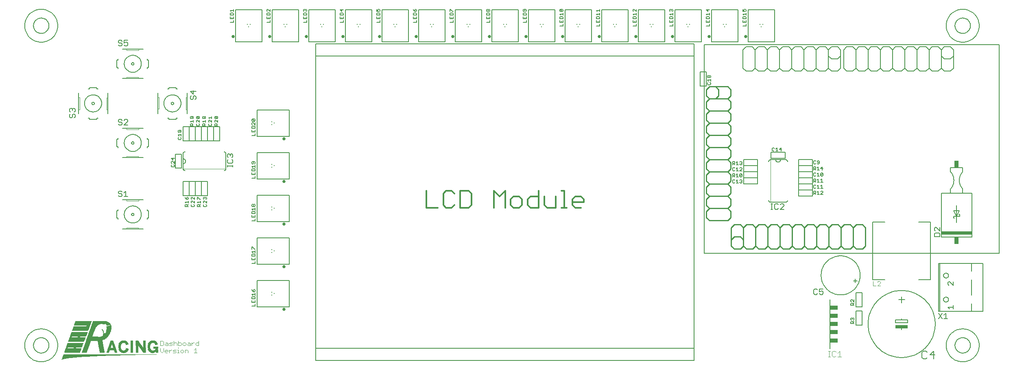
<source format=gto>
G75*
G70*
%OFA0B0*%
%FSLAX24Y24*%
%IPPOS*%
%LPD*%
%AMOC8*
5,1,8,0,0,1.08239X$1,22.5*
%
%ADD10R,0.0020X0.0010*%
%ADD11R,0.0040X0.0010*%
%ADD12R,0.0060X0.0010*%
%ADD13R,0.0100X0.0010*%
%ADD14R,0.0130X0.0010*%
%ADD15R,0.0170X0.0010*%
%ADD16R,0.0210X0.0010*%
%ADD17R,0.0270X0.0010*%
%ADD18R,0.0310X0.0010*%
%ADD19R,0.0380X0.0010*%
%ADD20R,0.0430X0.0010*%
%ADD21R,0.0510X0.0010*%
%ADD22R,0.0580X0.0010*%
%ADD23R,0.0660X0.0010*%
%ADD24R,0.0750X0.0010*%
%ADD25R,0.0850X0.0010*%
%ADD26R,0.0940X0.0010*%
%ADD27R,0.1050X0.0010*%
%ADD28R,0.1170X0.0010*%
%ADD29R,0.1280X0.0010*%
%ADD30R,0.1420X0.0010*%
%ADD31R,0.1550X0.0010*%
%ADD32R,0.1700X0.0010*%
%ADD33R,0.1860X0.0010*%
%ADD34R,0.2020X0.0010*%
%ADD35R,0.2190X0.0010*%
%ADD36R,0.2380X0.0010*%
%ADD37R,0.2580X0.0010*%
%ADD38R,0.2790X0.0010*%
%ADD39R,0.3020X0.0010*%
%ADD40R,0.3250X0.0010*%
%ADD41R,0.3500X0.0010*%
%ADD42R,0.3780X0.0010*%
%ADD43R,0.4060X0.0010*%
%ADD44R,0.4370X0.0010*%
%ADD45R,0.4700X0.0010*%
%ADD46R,0.5070X0.0010*%
%ADD47R,0.5460X0.0010*%
%ADD48R,0.5890X0.0010*%
%ADD49R,0.6380X0.0010*%
%ADD50R,0.6940X0.0010*%
%ADD51R,0.7620X0.0010*%
%ADD52R,0.0200X0.0010*%
%ADD53R,0.0180X0.0010*%
%ADD54R,0.0410X0.0010*%
%ADD55R,0.0400X0.0010*%
%ADD56R,0.0190X0.0010*%
%ADD57R,0.0280X0.0010*%
%ADD58R,0.0250X0.0010*%
%ADD59R,0.0160X0.0010*%
%ADD60R,0.1290X0.0010*%
%ADD61R,0.0420X0.0010*%
%ADD62R,0.0220X0.0010*%
%ADD63R,0.0340X0.0010*%
%ADD64R,0.0300X0.0010*%
%ADD65R,0.0390X0.0010*%
%ADD66R,0.1300X0.0010*%
%ADD67R,0.0470X0.0010*%
%ADD68R,0.0230X0.0010*%
%ADD69R,0.0490X0.0010*%
%ADD70R,0.0240X0.0010*%
%ADD71R,0.0530X0.0010*%
%ADD72R,0.0460X0.0010*%
%ADD73R,0.0550X0.0010*%
%ADD74R,0.0480X0.0010*%
%ADD75R,0.0570X0.0010*%
%ADD76R,0.0260X0.0010*%
%ADD77R,0.0500X0.0010*%
%ADD78R,0.0590X0.0010*%
%ADD79R,0.0520X0.0010*%
%ADD80R,0.0610X0.0010*%
%ADD81R,0.0540X0.0010*%
%ADD82R,0.0630X0.0010*%
%ADD83R,0.0650X0.0010*%
%ADD84R,0.0290X0.0010*%
%ADD85R,0.0760X0.0010*%
%ADD86R,0.0680X0.0010*%
%ADD87R,0.0700X0.0010*%
%ADD88R,0.0770X0.0010*%
%ADD89R,0.0320X0.0010*%
%ADD90R,0.0370X0.0010*%
%ADD91R,0.0330X0.0010*%
%ADD92R,0.0350X0.0010*%
%ADD93R,0.0740X0.0010*%
%ADD94R,0.0730X0.0010*%
%ADD95R,0.0360X0.0010*%
%ADD96R,0.0720X0.0010*%
%ADD97R,0.0710X0.0010*%
%ADD98R,0.0690X0.0010*%
%ADD99R,0.0670X0.0010*%
%ADD100R,0.0150X0.0010*%
%ADD101R,0.0110X0.0010*%
%ADD102R,0.0640X0.0010*%
%ADD103R,0.0050X0.0010*%
%ADD104R,0.0440X0.0010*%
%ADD105R,0.0010X0.0010*%
%ADD106R,0.0450X0.0010*%
%ADD107R,0.0030X0.0010*%
%ADD108R,0.0070X0.0010*%
%ADD109R,0.0120X0.0010*%
%ADD110R,0.0620X0.0010*%
%ADD111R,0.1350X0.0010*%
%ADD112R,0.1340X0.0010*%
%ADD113R,0.1330X0.0010*%
%ADD114R,0.1310X0.0010*%
%ADD115R,0.1320X0.0010*%
%ADD116R,0.1360X0.0010*%
%ADD117R,0.1400X0.0010*%
%ADD118R,0.1440X0.0010*%
%ADD119R,0.1450X0.0010*%
%ADD120R,0.1470X0.0010*%
%ADD121R,0.1480X0.0010*%
%ADD122R,0.1500X0.0010*%
%ADD123R,0.1520X0.0010*%
%ADD124R,0.1540X0.0010*%
%ADD125R,0.1560X0.0010*%
%ADD126R,0.1570X0.0010*%
%ADD127R,0.1580X0.0010*%
%ADD128R,0.1600X0.0010*%
%ADD129R,0.1610X0.0010*%
%ADD130R,0.1620X0.0010*%
%ADD131R,0.1630X0.0010*%
%ADD132R,0.1640X0.0010*%
%ADD133R,0.1650X0.0010*%
%ADD134R,0.1660X0.0010*%
%ADD135R,0.0080X0.0010*%
%ADD136R,0.0090X0.0010*%
%ADD137R,0.0600X0.0010*%
%ADD138R,0.1080X0.0010*%
%ADD139R,0.1120X0.0010*%
%ADD140R,0.1460X0.0010*%
%ADD141R,0.1430X0.0010*%
%ADD142R,0.1390X0.0010*%
%ADD143R,0.1380X0.0010*%
%ADD144R,0.1270X0.0010*%
%ADD145R,0.1240X0.0010*%
%ADD146R,0.1210X0.0010*%
%ADD147R,0.1180X0.0010*%
%ADD148R,0.1150X0.0010*%
%ADD149R,0.1110X0.0010*%
%ADD150R,0.1060X0.0010*%
%ADD151R,0.1010X0.0010*%
%ADD152R,0.0910X0.0010*%
%ADD153C,0.0030*%
%ADD154C,0.0060*%
%ADD155C,0.0080*%
%ADD156C,0.0100*%
%ADD157C,0.0050*%
%ADD158C,0.0120*%
%ADD159C,0.0040*%
%ADD160R,0.0660X0.0380*%
%ADD161R,0.0340X0.0580*%
%ADD162R,0.2500X0.0250*%
%ADD163R,0.1000X0.0250*%
%ADD164C,0.0070*%
%ADD165C,0.0250*%
%ADD166R,0.0098X0.0098*%
%ADD167C,0.0020*%
D10*
X003425Y000630D03*
X006705Y003110D03*
D11*
X006715Y003090D03*
X006825Y002850D03*
X006825Y002840D03*
X008685Y001820D03*
X003435Y000640D03*
D12*
X003455Y000650D03*
X006835Y002810D03*
X006845Y002800D03*
X006825Y002860D03*
X006825Y002870D03*
X006825Y002880D03*
X006725Y003070D03*
D13*
X006845Y003530D03*
X008715Y001840D03*
X003475Y000660D03*
D14*
X003490Y000670D03*
D15*
X003520Y000680D03*
D16*
X003540Y000690D03*
X007520Y002160D03*
X007630Y001860D03*
X007640Y001830D03*
X007650Y001800D03*
X007660Y001780D03*
X007660Y001770D03*
X007670Y001750D03*
X007670Y001740D03*
X007680Y001720D03*
X007680Y001710D03*
X007690Y001690D03*
X007690Y001680D03*
X007700Y001660D03*
X007700Y001650D03*
X007710Y001630D03*
X007710Y001620D03*
X007720Y001610D03*
X007720Y001600D03*
X007720Y001590D03*
X007730Y001580D03*
X007730Y001570D03*
X007790Y001390D03*
X007800Y001360D03*
X007810Y001330D03*
X007820Y001300D03*
X007860Y001190D03*
X008150Y001620D03*
X008150Y001630D03*
X008150Y001640D03*
X008150Y001650D03*
X008150Y001700D03*
X008150Y001710D03*
X008150Y001720D03*
X008150Y001730D03*
X009570Y001730D03*
X009570Y001740D03*
X009570Y001750D03*
X009570Y001760D03*
X009570Y001770D03*
X009570Y001780D03*
X009570Y001790D03*
X009570Y001720D03*
X009570Y001710D03*
X009570Y001700D03*
X009570Y001690D03*
X009570Y001680D03*
X009570Y001670D03*
X009570Y001660D03*
X009570Y001650D03*
X009570Y001640D03*
X009570Y001630D03*
X009570Y001620D03*
X009570Y001610D03*
X009570Y001600D03*
X009570Y001590D03*
X009570Y001580D03*
X009570Y001570D03*
X009570Y001560D03*
X009570Y001550D03*
X009570Y001540D03*
X009570Y001530D03*
X009570Y001520D03*
X009570Y001510D03*
X009570Y001500D03*
X009570Y001490D03*
X009570Y001480D03*
X009570Y001470D03*
X009570Y001460D03*
X009570Y001450D03*
X009570Y001440D03*
X009570Y001430D03*
X009570Y001420D03*
X009570Y001410D03*
X009570Y001400D03*
X009570Y001390D03*
X009570Y001380D03*
X009570Y001370D03*
X009570Y001360D03*
X009570Y001350D03*
X009570Y001340D03*
X009570Y001330D03*
X009570Y001320D03*
X009570Y001310D03*
X009570Y001300D03*
X009570Y001290D03*
X009570Y001280D03*
X009570Y001270D03*
X009570Y001260D03*
X009570Y001250D03*
X009570Y001240D03*
X009570Y001230D03*
X009570Y001220D03*
X009570Y001210D03*
X009570Y001200D03*
X010190Y001200D03*
X010190Y001570D03*
X010190Y001580D03*
X010190Y001590D03*
X010190Y001600D03*
X010190Y001610D03*
X010190Y001620D03*
X010190Y001630D03*
X010190Y001640D03*
X010190Y001650D03*
X010190Y001660D03*
X010190Y001670D03*
X010190Y001680D03*
X010190Y001690D03*
X010190Y001700D03*
X010190Y001710D03*
X010190Y001720D03*
X010190Y001730D03*
X010190Y001740D03*
X010190Y001750D03*
X010190Y001760D03*
X010190Y001770D03*
X010190Y001780D03*
X010190Y001790D03*
X010190Y001800D03*
X010190Y001810D03*
X010190Y001820D03*
X010190Y001830D03*
X010190Y001840D03*
X010190Y001850D03*
X010190Y001860D03*
X010190Y001870D03*
X010190Y001880D03*
X010190Y001890D03*
X010190Y001900D03*
X010190Y001910D03*
X010190Y001920D03*
X010190Y001930D03*
X010190Y001940D03*
X010190Y001950D03*
X010190Y001960D03*
X010190Y001970D03*
X010190Y001980D03*
X010190Y001990D03*
X010190Y002000D03*
X010190Y002010D03*
X010190Y002020D03*
X010190Y002030D03*
X010190Y002040D03*
X010190Y002050D03*
X010190Y002060D03*
X010190Y002070D03*
X010190Y002080D03*
X010190Y002090D03*
X010190Y002100D03*
X010190Y002110D03*
X010190Y002120D03*
X010190Y002130D03*
X010190Y002140D03*
X010190Y002150D03*
X009580Y002160D03*
X010550Y001740D03*
X010550Y001730D03*
X010550Y001630D03*
X011190Y001510D03*
X011190Y001500D03*
X007350Y003380D03*
D17*
X005590Y003430D03*
X005570Y003380D03*
X005560Y003350D03*
X007520Y002070D03*
X008240Y001970D03*
X008250Y001980D03*
X008700Y001980D03*
X008710Y001970D03*
X009600Y002080D03*
X009600Y002090D03*
X010640Y001970D03*
X011100Y001980D03*
X011160Y001400D03*
X010640Y001380D03*
X010630Y001390D03*
X010160Y001290D03*
X010160Y001280D03*
X008250Y001370D03*
X003570Y000700D03*
D18*
X003600Y000710D03*
X007520Y002010D03*
X007520Y002020D03*
X008670Y001350D03*
X009620Y002020D03*
X009620Y002030D03*
X010140Y001350D03*
X010140Y001340D03*
X011140Y001370D03*
X010670Y001990D03*
X007310Y003350D03*
D19*
X007215Y003510D03*
X007215Y003520D03*
X007245Y002990D03*
X007245Y002980D03*
X007245Y002970D03*
X007175Y002790D03*
X005865Y002930D03*
X005855Y002900D03*
X005845Y002880D03*
X005835Y002850D03*
X005825Y002830D03*
X005825Y002820D03*
X005815Y002800D03*
X005815Y002790D03*
X005805Y002780D03*
X005805Y002770D03*
X005795Y002750D03*
X005795Y002740D03*
X005785Y002720D03*
X005785Y002710D03*
X005775Y002690D03*
X005775Y002680D03*
X005765Y002670D03*
X005765Y002660D03*
X005765Y002650D03*
X005755Y002640D03*
X005755Y002630D03*
X005745Y002610D03*
X005745Y002600D03*
X005735Y002580D03*
X005735Y002570D03*
X005725Y002560D03*
X005725Y002550D03*
X005725Y002540D03*
X005715Y002530D03*
X005715Y002520D03*
X007525Y001920D03*
X007525Y001910D03*
X009655Y001920D03*
X011105Y001670D03*
X011105Y001660D03*
X011105Y001650D03*
X011105Y001640D03*
X011105Y001630D03*
X011105Y001620D03*
X011105Y001610D03*
X011105Y001600D03*
X011105Y001590D03*
X011105Y001580D03*
X011105Y001570D03*
X011105Y001560D03*
X011105Y001550D03*
X011105Y001540D03*
X011105Y001530D03*
X011105Y001520D03*
X010845Y001220D03*
X010105Y001450D03*
X003635Y000720D03*
D20*
X003670Y000730D03*
X005730Y002510D03*
X006010Y003280D03*
X006020Y003300D03*
X006030Y003320D03*
X008480Y002130D03*
X009680Y001840D03*
X010080Y001530D03*
X010080Y001520D03*
X010840Y001240D03*
X010880Y002130D03*
X008480Y001220D03*
D21*
X010880Y002100D03*
X007060Y002690D03*
X007060Y002700D03*
X006940Y002520D03*
X006110Y003440D03*
X003710Y000740D03*
D22*
X003745Y000750D03*
X006885Y002490D03*
D23*
X008475Y002030D03*
X007525Y001520D03*
X008475Y001320D03*
X010875Y002030D03*
X006215Y003530D03*
X003795Y000760D03*
D24*
X003840Y000770D03*
X010920Y001310D03*
D25*
X005940Y002490D03*
X003890Y000780D03*
D26*
X003945Y000790D03*
D27*
X004000Y000800D03*
D28*
X004060Y000810D03*
D29*
X004125Y000820D03*
X006585Y003690D03*
D30*
X006625Y003610D03*
X004195Y000830D03*
D31*
X004270Y000840D03*
X006230Y002340D03*
D32*
X004345Y000850D03*
D33*
X004425Y000860D03*
D34*
X004515Y000870D03*
D35*
X004600Y000880D03*
D36*
X004695Y000890D03*
D37*
X004805Y000900D03*
D38*
X004910Y000910D03*
D39*
X005025Y000920D03*
D40*
X005150Y000930D03*
D41*
X005275Y000940D03*
D42*
X005415Y000950D03*
D43*
X005565Y000960D03*
D44*
X005720Y000970D03*
D45*
X005895Y000980D03*
D46*
X006080Y000990D03*
D47*
X006275Y001000D03*
D48*
X006500Y001010D03*
D49*
X006745Y001020D03*
D50*
X007025Y001030D03*
D51*
X007375Y001040D03*
D52*
X007185Y001210D03*
X007185Y001220D03*
X007195Y001230D03*
X007195Y001240D03*
X007195Y001250D03*
X007205Y001260D03*
X007205Y001270D03*
X007205Y001280D03*
X007215Y001290D03*
X007215Y001300D03*
X007215Y001310D03*
X007225Y001320D03*
X007225Y001330D03*
X007225Y001340D03*
X007235Y001350D03*
X007235Y001360D03*
X007245Y001380D03*
X007245Y001390D03*
X007315Y001590D03*
X007325Y001610D03*
X007325Y001620D03*
X007335Y001640D03*
X007335Y001650D03*
X007345Y001670D03*
X007345Y001680D03*
X007355Y001700D03*
X007365Y001730D03*
X007375Y001760D03*
X007385Y001790D03*
X007395Y001820D03*
X007405Y001850D03*
X007415Y001870D03*
X007625Y001870D03*
X007625Y001880D03*
X007635Y001850D03*
X007635Y001840D03*
X007645Y001820D03*
X007645Y001810D03*
X007655Y001790D03*
X007665Y001760D03*
X007675Y001730D03*
X007685Y001700D03*
X007695Y001670D03*
X007705Y001640D03*
X008775Y001510D03*
X008485Y001180D03*
X009155Y001190D03*
X011155Y001860D03*
X010885Y002170D03*
X009155Y002160D03*
X008485Y002170D03*
X007195Y003450D03*
D53*
X007365Y003390D03*
X004825Y002530D03*
X004475Y001570D03*
X008745Y001860D03*
X010855Y001180D03*
X011205Y001200D03*
X011205Y001210D03*
X011205Y001220D03*
X011205Y001230D03*
X011205Y001240D03*
X011205Y001250D03*
X011205Y001260D03*
X011205Y001270D03*
X011205Y001280D03*
X011205Y001290D03*
X011205Y001300D03*
D54*
X010840Y001230D03*
X010090Y001490D03*
X010090Y001500D03*
X009670Y001870D03*
X009670Y001880D03*
X007270Y003160D03*
X007270Y003170D03*
X007270Y003180D03*
X007270Y003190D03*
X007270Y003200D03*
X007270Y003210D03*
X007270Y003220D03*
X007270Y003230D03*
X007270Y003240D03*
X007270Y003250D03*
X007270Y003260D03*
X007270Y003270D03*
X007270Y003280D03*
X007270Y003290D03*
X007260Y003310D03*
X005990Y003240D03*
X005980Y003220D03*
X005980Y003210D03*
X005970Y003200D03*
X005970Y003190D03*
X005960Y003170D03*
X005580Y002100D03*
X005570Y002070D03*
X005540Y001990D03*
X005530Y001960D03*
X005500Y001880D03*
X005490Y001850D03*
X005480Y001820D03*
X005460Y001770D03*
X005450Y001740D03*
X005440Y001710D03*
X005420Y001660D03*
X005410Y001630D03*
X005400Y001600D03*
X005380Y001550D03*
X005370Y001520D03*
X005360Y001490D03*
X005340Y001440D03*
X005330Y001410D03*
X005320Y001380D03*
X005310Y001350D03*
X005300Y001330D03*
X005290Y001300D03*
X005280Y001270D03*
X005270Y001240D03*
X005260Y001220D03*
X005250Y001190D03*
X006680Y001410D03*
X006680Y001420D03*
X006680Y001430D03*
X006670Y001470D03*
X006670Y001480D03*
X006660Y001520D03*
X006660Y001530D03*
X006660Y001540D03*
X006650Y001580D03*
X006650Y001590D03*
X006640Y001630D03*
X006640Y001640D03*
X006640Y001650D03*
X006630Y001680D03*
X006630Y001690D03*
X006630Y001700D03*
X006620Y001740D03*
X006620Y001750D03*
X006610Y001790D03*
X006610Y001800D03*
X006610Y001810D03*
X006600Y001850D03*
X006600Y001860D03*
X006590Y001900D03*
X006590Y001910D03*
X006580Y001950D03*
X006580Y001960D03*
X006580Y001970D03*
X006570Y002010D03*
X006570Y002020D03*
X006560Y002060D03*
X006560Y002070D03*
X006550Y002120D03*
X006550Y002130D03*
X006690Y001380D03*
X006690Y001370D03*
X006690Y001360D03*
X006700Y001320D03*
X006700Y001310D03*
X006710Y001270D03*
X006710Y001260D03*
X006710Y001250D03*
X006720Y001220D03*
X006720Y001210D03*
X006720Y001200D03*
D55*
X006725Y001190D03*
X006715Y001230D03*
X006715Y001240D03*
X006705Y001280D03*
X006705Y001290D03*
X006705Y001300D03*
X006695Y001330D03*
X006695Y001340D03*
X006695Y001350D03*
X006685Y001390D03*
X006685Y001400D03*
X006675Y001440D03*
X006675Y001450D03*
X006675Y001460D03*
X006665Y001490D03*
X006665Y001500D03*
X006665Y001510D03*
X006655Y001550D03*
X006655Y001560D03*
X006655Y001570D03*
X006645Y001600D03*
X006645Y001610D03*
X006645Y001620D03*
X006635Y001660D03*
X006635Y001670D03*
X006625Y001710D03*
X006625Y001720D03*
X006625Y001730D03*
X006615Y001760D03*
X006615Y001770D03*
X006615Y001780D03*
X006605Y001820D03*
X006605Y001830D03*
X006605Y001840D03*
X006595Y001870D03*
X006595Y001880D03*
X006595Y001890D03*
X006585Y001920D03*
X006585Y001930D03*
X006585Y001940D03*
X006575Y001980D03*
X006575Y001990D03*
X006575Y002000D03*
X006565Y002030D03*
X006565Y002040D03*
X006565Y002050D03*
X006555Y002080D03*
X006555Y002090D03*
X006555Y002100D03*
X006555Y002110D03*
X006545Y002140D03*
X006545Y002150D03*
X007525Y001890D03*
X009665Y001890D03*
X010095Y001480D03*
X007255Y003040D03*
X007265Y003090D03*
X007265Y003100D03*
X007265Y003110D03*
X007265Y003120D03*
X007265Y003130D03*
X007265Y003140D03*
X007265Y003150D03*
X007215Y003500D03*
X005965Y003180D03*
X005955Y003160D03*
X005955Y003150D03*
X005945Y003140D03*
X005945Y003130D03*
X005945Y003120D03*
X005935Y003110D03*
X005935Y003100D03*
X005925Y003090D03*
X005925Y003080D03*
X005915Y003060D03*
X005905Y003030D03*
D56*
X006840Y003540D03*
X004820Y002520D03*
X004820Y002510D03*
X004810Y002500D03*
X004810Y002490D03*
X004810Y002480D03*
X004800Y002470D03*
X004800Y002460D03*
X004800Y002450D03*
X004500Y001630D03*
X004490Y001620D03*
X004490Y001610D03*
X004490Y001600D03*
X004480Y001590D03*
X004480Y001580D03*
X004470Y001560D03*
X004470Y001550D03*
X007180Y001200D03*
X007180Y001190D03*
X007240Y001370D03*
X007250Y001400D03*
X007310Y001570D03*
X007310Y001580D03*
X007320Y001600D03*
X007330Y001630D03*
X007340Y001660D03*
X007350Y001690D03*
X007360Y001710D03*
X007360Y001720D03*
X007370Y001740D03*
X007370Y001750D03*
X007380Y001770D03*
X007380Y001780D03*
X007390Y001800D03*
X007390Y001810D03*
X007400Y001830D03*
X007400Y001840D03*
X007410Y001860D03*
X007420Y001880D03*
X009570Y001190D03*
X010190Y001190D03*
X010190Y002160D03*
D57*
X010655Y001980D03*
X010885Y002160D03*
X011085Y001990D03*
X011155Y001390D03*
X010155Y001300D03*
X009605Y002070D03*
X008485Y002160D03*
X007525Y002060D03*
X007525Y002050D03*
X008695Y001360D03*
X008485Y001190D03*
X007325Y003360D03*
X007255Y003470D03*
X005585Y003420D03*
X005585Y003410D03*
X005575Y003400D03*
X005575Y003390D03*
X005565Y003370D03*
X005565Y003360D03*
D58*
X007520Y002100D03*
X008220Y001950D03*
X008230Y001960D03*
X008720Y001960D03*
X008730Y001950D03*
X009590Y002110D03*
X009590Y002120D03*
X009820Y001770D03*
X009840Y001740D03*
X009860Y001710D03*
X009880Y001680D03*
X009900Y001650D03*
X009920Y001620D03*
X009940Y001590D03*
X010170Y001260D03*
X010600Y001430D03*
X010610Y001420D03*
X010610Y001410D03*
X010620Y001400D03*
X010850Y001190D03*
X011170Y001420D03*
X011120Y001960D03*
X011110Y001970D03*
X010630Y001960D03*
X010620Y001950D03*
X008720Y001380D03*
X008220Y001400D03*
D59*
X011205Y001190D03*
X004175Y002530D03*
X004165Y002500D03*
X004155Y002480D03*
X004155Y002470D03*
X004145Y002450D03*
X003835Y001590D03*
D60*
X004350Y001430D03*
X004340Y001400D03*
X004330Y001370D03*
X004310Y001320D03*
X004300Y001290D03*
X004290Y001260D03*
X004280Y001230D03*
X004270Y001210D03*
X004270Y001200D03*
X004370Y001480D03*
X004380Y001510D03*
X004390Y001540D03*
X004430Y001650D03*
X004460Y001730D03*
X004470Y001760D03*
X004510Y001870D03*
X004550Y001980D03*
D61*
X005425Y001680D03*
X005425Y001670D03*
X005435Y001690D03*
X005435Y001700D03*
X005445Y001720D03*
X005445Y001730D03*
X005455Y001750D03*
X005455Y001760D03*
X005465Y001780D03*
X005465Y001790D03*
X005475Y001800D03*
X005475Y001810D03*
X005485Y001830D03*
X005485Y001840D03*
X005495Y001860D03*
X005495Y001870D03*
X005505Y001890D03*
X005505Y001900D03*
X005515Y001910D03*
X005515Y001920D03*
X005515Y001930D03*
X005525Y001940D03*
X005525Y001950D03*
X005535Y001970D03*
X005535Y001980D03*
X005545Y002000D03*
X005545Y002010D03*
X005555Y002020D03*
X005555Y002030D03*
X005555Y002040D03*
X005565Y002050D03*
X005565Y002060D03*
X005575Y002080D03*
X005575Y002090D03*
X005585Y002110D03*
X005585Y002120D03*
X005595Y002130D03*
X005595Y002140D03*
X005595Y002150D03*
X005415Y001650D03*
X005415Y001640D03*
X005405Y001620D03*
X005405Y001610D03*
X005395Y001590D03*
X005395Y001580D03*
X005385Y001570D03*
X005385Y001560D03*
X005375Y001540D03*
X005375Y001530D03*
X005365Y001510D03*
X005365Y001500D03*
X005355Y001480D03*
X005355Y001470D03*
X005345Y001460D03*
X005345Y001450D03*
X005335Y001430D03*
X005335Y001420D03*
X005325Y001400D03*
X005325Y001390D03*
X005315Y001370D03*
X005315Y001360D03*
X005305Y001340D03*
X005295Y001320D03*
X005295Y001310D03*
X005285Y001290D03*
X005285Y001280D03*
X005275Y001260D03*
X005275Y001250D03*
X005265Y001230D03*
X005255Y001210D03*
X005255Y001200D03*
X005985Y003230D03*
X005995Y003250D03*
X006005Y003260D03*
X006005Y003270D03*
X006015Y003290D03*
X007265Y003300D03*
X009675Y001860D03*
X009675Y001850D03*
X010085Y001510D03*
D62*
X010185Y001220D03*
X010185Y001210D03*
X010575Y001490D03*
X010565Y001520D03*
X010565Y001530D03*
X010565Y001540D03*
X010555Y001560D03*
X010555Y001570D03*
X010555Y001580D03*
X010555Y001590D03*
X010555Y001600D03*
X010555Y001610D03*
X010555Y001620D03*
X010545Y001640D03*
X010545Y001650D03*
X010545Y001660D03*
X010545Y001670D03*
X010545Y001680D03*
X010545Y001690D03*
X010545Y001700D03*
X010545Y001710D03*
X010545Y001720D03*
X010555Y001750D03*
X010555Y001760D03*
X010555Y001770D03*
X010555Y001780D03*
X010555Y001790D03*
X010555Y001800D03*
X010565Y001810D03*
X010565Y001820D03*
X010565Y001830D03*
X010565Y001840D03*
X010575Y001860D03*
X011155Y001890D03*
X011155Y001900D03*
X011165Y001880D03*
X011165Y001870D03*
X011185Y001490D03*
X011185Y001480D03*
X011185Y001470D03*
X009155Y001470D03*
X009155Y001480D03*
X009155Y001490D03*
X009155Y001500D03*
X009155Y001510D03*
X009155Y001520D03*
X009155Y001530D03*
X009155Y001540D03*
X009155Y001550D03*
X009155Y001560D03*
X009155Y001570D03*
X009155Y001580D03*
X009155Y001590D03*
X009155Y001600D03*
X009155Y001610D03*
X009155Y001620D03*
X009155Y001630D03*
X009155Y001640D03*
X009155Y001650D03*
X009155Y001660D03*
X009155Y001670D03*
X009155Y001680D03*
X009155Y001690D03*
X009155Y001700D03*
X009155Y001710D03*
X009155Y001720D03*
X009155Y001730D03*
X009155Y001740D03*
X009155Y001750D03*
X009155Y001760D03*
X009155Y001770D03*
X009155Y001780D03*
X009155Y001790D03*
X009155Y001800D03*
X009155Y001810D03*
X009155Y001820D03*
X009155Y001830D03*
X009155Y001840D03*
X009155Y001850D03*
X009155Y001860D03*
X009155Y001870D03*
X009155Y001880D03*
X009155Y001890D03*
X009155Y001900D03*
X009155Y001910D03*
X009155Y001920D03*
X009155Y001930D03*
X009155Y001940D03*
X009155Y001950D03*
X009155Y001960D03*
X009155Y001970D03*
X009155Y001980D03*
X009155Y001990D03*
X009155Y002000D03*
X009155Y002010D03*
X009155Y002020D03*
X009155Y002030D03*
X009155Y002040D03*
X009155Y002050D03*
X009155Y002060D03*
X009155Y002070D03*
X009155Y002080D03*
X009155Y002090D03*
X009155Y002100D03*
X009155Y002110D03*
X009155Y002120D03*
X009155Y002130D03*
X009155Y002140D03*
X009155Y002150D03*
X008765Y001870D03*
X008775Y001500D03*
X008775Y001490D03*
X008775Y001480D03*
X008765Y001470D03*
X008765Y001460D03*
X008755Y001440D03*
X009155Y001440D03*
X009155Y001450D03*
X009155Y001460D03*
X009155Y001430D03*
X009155Y001420D03*
X009155Y001410D03*
X009155Y001400D03*
X009155Y001390D03*
X009155Y001380D03*
X009155Y001370D03*
X009155Y001360D03*
X009155Y001350D03*
X009155Y001340D03*
X009155Y001330D03*
X009155Y001320D03*
X009155Y001310D03*
X009155Y001300D03*
X009155Y001290D03*
X009155Y001280D03*
X009155Y001270D03*
X009155Y001260D03*
X009155Y001250D03*
X009155Y001240D03*
X009155Y001230D03*
X009155Y001220D03*
X009155Y001210D03*
X009155Y001200D03*
X008175Y001490D03*
X008165Y001520D03*
X008165Y001530D03*
X008165Y001540D03*
X008155Y001550D03*
X008155Y001560D03*
X008155Y001570D03*
X008155Y001580D03*
X008155Y001590D03*
X008155Y001600D03*
X008155Y001610D03*
X008145Y001660D03*
X008145Y001670D03*
X008145Y001680D03*
X008145Y001690D03*
X008155Y001740D03*
X008155Y001750D03*
X008155Y001760D03*
X008155Y001770D03*
X008155Y001780D03*
X008155Y001790D03*
X008155Y001800D03*
X008165Y001810D03*
X008165Y001820D03*
X008165Y001830D03*
X008165Y001840D03*
X008175Y001850D03*
X008175Y001860D03*
X007525Y002140D03*
X007525Y002150D03*
X007785Y001400D03*
X007795Y001380D03*
X007795Y001370D03*
X007805Y001350D03*
X007805Y001340D03*
X007815Y001320D03*
X007815Y001310D03*
X007825Y001290D03*
X007825Y001280D03*
X007835Y001270D03*
X007835Y001260D03*
X007835Y001250D03*
X007845Y001240D03*
X007845Y001230D03*
X007845Y001220D03*
X007855Y001210D03*
X007855Y001200D03*
D63*
X008485Y001200D03*
X007525Y001970D03*
X007525Y001980D03*
X008485Y002150D03*
X009635Y001980D03*
X010125Y001390D03*
X010685Y001350D03*
X010845Y001210D03*
X010885Y002150D03*
X007205Y003560D03*
D64*
X007525Y002030D03*
X008265Y001990D03*
X009615Y002040D03*
X010145Y001330D03*
X010665Y001360D03*
X010845Y001200D03*
D65*
X010100Y001460D03*
X010100Y001470D03*
X009660Y001900D03*
X009660Y001910D03*
X010880Y002140D03*
X008480Y002140D03*
X007520Y001900D03*
X008480Y001210D03*
X005740Y002590D03*
X005750Y002620D03*
X005780Y002700D03*
X005790Y002730D03*
X005800Y002760D03*
X005820Y002810D03*
X005830Y002840D03*
X005840Y002860D03*
X005840Y002870D03*
X005850Y002890D03*
X005860Y002910D03*
X005860Y002920D03*
X005870Y002940D03*
X005870Y002950D03*
X005880Y002960D03*
X005880Y002970D03*
X005880Y002980D03*
X005890Y002990D03*
X005890Y003000D03*
X005900Y003010D03*
X005900Y003020D03*
X005910Y003040D03*
X005910Y003050D03*
X005920Y003070D03*
X007220Y003490D03*
X007270Y003320D03*
X007260Y003080D03*
X007260Y003070D03*
X007260Y003060D03*
X007260Y003050D03*
X007250Y003030D03*
X007250Y003020D03*
X007250Y003010D03*
X007250Y003000D03*
D66*
X006595Y003680D03*
X005195Y003760D03*
X005175Y003710D03*
X005165Y003680D03*
X005155Y003650D03*
X005135Y003600D03*
X005125Y003570D03*
X005115Y003540D03*
X005105Y003510D03*
X005095Y003490D03*
X005085Y003460D03*
X005035Y003320D03*
X005025Y003290D03*
X005015Y003270D03*
X005015Y003260D03*
X005005Y003240D03*
X004995Y003210D03*
X004985Y003180D03*
X004975Y003160D03*
X004975Y003150D03*
X004965Y003130D03*
X004965Y003120D03*
X004955Y003100D03*
X004945Y003070D03*
X004935Y003050D03*
X004935Y003040D03*
X004925Y003020D03*
X004925Y003010D03*
X004875Y002880D03*
X004875Y002870D03*
X004865Y002850D03*
X004855Y002830D03*
X004855Y002820D03*
X004845Y002800D03*
X004845Y002790D03*
X004835Y002770D03*
X004835Y002760D03*
X004825Y002740D03*
X004815Y002720D03*
X004815Y002710D03*
X004805Y002690D03*
X004805Y002680D03*
X004795Y002660D03*
X004795Y002650D03*
X004785Y002630D03*
X004785Y002620D03*
X004775Y002610D03*
X004775Y002600D03*
X004765Y002580D03*
X004765Y002570D03*
X004755Y002550D03*
X004755Y002540D03*
X004715Y002440D03*
X004715Y002430D03*
X004705Y002410D03*
X004705Y002400D03*
X004695Y002390D03*
X004695Y002380D03*
X004695Y002370D03*
X004685Y002360D03*
X004685Y002350D03*
X004675Y002330D03*
X004675Y002320D03*
X004665Y002300D03*
X004665Y002290D03*
X004655Y002280D03*
X004655Y002270D03*
X004655Y002260D03*
X004645Y002250D03*
X004645Y002240D03*
X004635Y002220D03*
X004635Y002210D03*
X004625Y002190D03*
X004625Y002180D03*
X004615Y002170D03*
X004615Y002160D03*
X004615Y002150D03*
X004605Y002140D03*
X004605Y002130D03*
X004605Y002120D03*
X004595Y002110D03*
X004545Y001970D03*
X004545Y001960D03*
X004535Y001950D03*
X004535Y001940D03*
X004535Y001930D03*
X004525Y001920D03*
X004525Y001910D03*
X004525Y001900D03*
X004515Y001890D03*
X004515Y001880D03*
X004505Y001860D03*
X004505Y001850D03*
X004495Y001840D03*
X004495Y001830D03*
X004495Y001820D03*
X004485Y001810D03*
X004485Y001800D03*
X004485Y001790D03*
X004475Y001780D03*
X004475Y001770D03*
X004465Y001750D03*
X004465Y001740D03*
X004455Y001720D03*
X004455Y001710D03*
X004445Y001700D03*
X004445Y001690D03*
X004445Y001680D03*
X004435Y001670D03*
X004435Y001660D03*
X004425Y001640D03*
X004385Y001530D03*
X004385Y001520D03*
X004375Y001500D03*
X004375Y001490D03*
X004365Y001470D03*
X004365Y001460D03*
X004355Y001450D03*
X004355Y001440D03*
X004345Y001420D03*
X004345Y001410D03*
X004335Y001390D03*
X004335Y001380D03*
X004325Y001360D03*
X004325Y001350D03*
X004315Y001340D03*
X004315Y001330D03*
X004305Y001310D03*
X004305Y001300D03*
X004295Y001280D03*
X004295Y001270D03*
X004285Y001250D03*
X004285Y001240D03*
X004275Y001220D03*
D67*
X008480Y001230D03*
X006080Y003400D03*
X006070Y003390D03*
D68*
X007520Y002130D03*
X008180Y001880D03*
X008180Y001870D03*
X008190Y001890D03*
X008190Y001900D03*
X008200Y001920D03*
X008170Y001510D03*
X008170Y001500D03*
X008180Y001480D03*
X008180Y001470D03*
X008190Y001460D03*
X008190Y001450D03*
X008200Y001430D03*
X008740Y001410D03*
X008750Y001430D03*
X008760Y001450D03*
X008760Y001880D03*
X008760Y001890D03*
X008750Y001900D03*
X008750Y001910D03*
X009580Y002140D03*
X009580Y002150D03*
X010570Y001850D03*
X010580Y001870D03*
X010580Y001880D03*
X010590Y001890D03*
X010590Y001900D03*
X010560Y001550D03*
X010570Y001510D03*
X010570Y001500D03*
X010580Y001480D03*
X010580Y001470D03*
X010180Y001230D03*
X011180Y001450D03*
X011180Y001460D03*
X011150Y001910D03*
X011140Y001920D03*
X011140Y001930D03*
D69*
X010880Y002110D03*
X008480Y001240D03*
X007000Y002580D03*
X006990Y002570D03*
X006980Y002560D03*
X006970Y002550D03*
X007020Y002610D03*
X007030Y002630D03*
X007040Y002640D03*
X007040Y002650D03*
X006090Y003420D03*
D70*
X007225Y003460D03*
X007335Y003370D03*
X007525Y002120D03*
X007525Y002110D03*
X008195Y001910D03*
X008205Y001930D03*
X008215Y001940D03*
X008735Y001940D03*
X008735Y001930D03*
X008745Y001920D03*
X009585Y002130D03*
X009805Y001790D03*
X009815Y001780D03*
X009825Y001760D03*
X009835Y001750D03*
X009845Y001730D03*
X009855Y001720D03*
X009865Y001700D03*
X009875Y001690D03*
X009885Y001670D03*
X009895Y001660D03*
X009905Y001640D03*
X009915Y001630D03*
X009925Y001610D03*
X009935Y001600D03*
X009945Y001580D03*
X009955Y001570D03*
X010175Y001250D03*
X010175Y001240D03*
X010595Y001440D03*
X010595Y001450D03*
X010585Y001460D03*
X011175Y001440D03*
X011175Y001430D03*
X011135Y001940D03*
X011125Y001950D03*
X010615Y001940D03*
X010605Y001930D03*
X010605Y001920D03*
X010595Y001910D03*
X008745Y001420D03*
X008735Y001400D03*
X008725Y001390D03*
X008215Y001410D03*
X008205Y001420D03*
X008195Y001440D03*
D71*
X008480Y001250D03*
X007080Y002750D03*
X006130Y003460D03*
D72*
X006065Y003380D03*
X008485Y002120D03*
X009695Y001800D03*
X010065Y001560D03*
X010835Y001250D03*
X010885Y002120D03*
D73*
X010880Y002090D03*
X010830Y001300D03*
X008480Y001260D03*
X008480Y002090D03*
X006150Y003480D03*
D74*
X006085Y003410D03*
X007025Y002620D03*
X007015Y002600D03*
X007005Y002590D03*
X010835Y001260D03*
D75*
X010880Y002080D03*
X008480Y002080D03*
X008480Y001270D03*
X006160Y003490D03*
D76*
X007525Y002090D03*
X007525Y002080D03*
X008225Y001390D03*
X008235Y001380D03*
X008705Y001370D03*
X010165Y001270D03*
X011165Y001410D03*
X009595Y002100D03*
D77*
X008485Y002110D03*
X007055Y002670D03*
X007055Y002680D03*
X007045Y002660D03*
X006965Y002540D03*
X006955Y002530D03*
X006105Y003430D03*
X010835Y001270D03*
D78*
X010880Y002070D03*
X008480Y002070D03*
X008480Y001280D03*
X006170Y003500D03*
D79*
X006115Y003450D03*
X007075Y002740D03*
X007075Y002730D03*
X007065Y002720D03*
X007065Y002710D03*
X006925Y002510D03*
X008485Y002100D03*
X010835Y001280D03*
D80*
X010880Y002060D03*
X008480Y002060D03*
X008480Y001290D03*
D81*
X010835Y001290D03*
X007085Y002760D03*
X007085Y002770D03*
X007085Y002780D03*
X006905Y002500D03*
X006135Y003470D03*
D82*
X008480Y002050D03*
X007520Y001560D03*
X008480Y001300D03*
D83*
X008480Y001310D03*
X007520Y001530D03*
X008480Y002040D03*
D84*
X008690Y001990D03*
X009610Y002050D03*
X009610Y002060D03*
X010150Y001320D03*
X010150Y001310D03*
X010650Y001370D03*
X011150Y001380D03*
X008260Y001360D03*
X007520Y002040D03*
D85*
X010915Y001330D03*
X010915Y001320D03*
D86*
X010875Y002010D03*
X010875Y002020D03*
X008475Y002020D03*
X008475Y001330D03*
X007525Y001490D03*
D87*
X007525Y001460D03*
X008475Y001340D03*
X008475Y002000D03*
X010875Y002000D03*
X005865Y002500D03*
D88*
X010910Y001340D03*
D89*
X010135Y001360D03*
X009625Y002010D03*
X008285Y001350D03*
X007525Y002000D03*
X007265Y003480D03*
D90*
X007210Y003530D03*
X007240Y002960D03*
X007240Y002950D03*
X007240Y002940D03*
X007240Y002930D03*
X007230Y002910D03*
X007190Y002810D03*
X007180Y002800D03*
X007520Y001930D03*
X009650Y001930D03*
X009650Y001940D03*
X010110Y001440D03*
X010110Y001430D03*
X011110Y001350D03*
D91*
X011130Y001360D03*
X010130Y001370D03*
X010130Y001380D03*
X009630Y001990D03*
X009630Y002000D03*
X007520Y001990D03*
X007300Y003340D03*
D92*
X007210Y003550D03*
X007220Y002870D03*
X007520Y001960D03*
X009640Y001960D03*
X009640Y001970D03*
X010120Y001410D03*
X010120Y001400D03*
D93*
X007525Y001410D03*
D94*
X007520Y001420D03*
D95*
X007525Y001940D03*
X007525Y001950D03*
X007195Y002820D03*
X007205Y002830D03*
X007205Y002840D03*
X007215Y002850D03*
X007215Y002860D03*
X007225Y002880D03*
X007225Y002890D03*
X007225Y002900D03*
X007235Y002920D03*
X007285Y003330D03*
X007215Y003540D03*
X009645Y001950D03*
X010115Y001420D03*
D96*
X007525Y001430D03*
X007525Y001440D03*
D97*
X007520Y001450D03*
D98*
X007520Y001470D03*
X007520Y001480D03*
X008480Y002010D03*
X006240Y003540D03*
D99*
X007520Y001510D03*
X007520Y001500D03*
D100*
X008750Y001520D03*
X008730Y001850D03*
X011140Y001850D03*
X007380Y003400D03*
X007170Y003440D03*
X004170Y002520D03*
X004170Y002510D03*
X004160Y002490D03*
X004150Y002460D03*
X003850Y001630D03*
X003850Y001620D03*
X003840Y001610D03*
X003840Y001600D03*
X003830Y001580D03*
X003830Y001570D03*
X003820Y001560D03*
X003820Y001550D03*
D101*
X007140Y003430D03*
X007390Y003410D03*
X008730Y001530D03*
D102*
X007525Y001540D03*
X007525Y001550D03*
X010875Y002040D03*
D103*
X008710Y001540D03*
X006830Y002820D03*
X006830Y002830D03*
X006720Y003080D03*
X007420Y003430D03*
D104*
X006045Y003350D03*
X006035Y003330D03*
X006025Y003310D03*
X009685Y001830D03*
X009685Y001820D03*
X010075Y001540D03*
D105*
X008690Y001550D03*
X007430Y003440D03*
D106*
X006060Y003370D03*
X006050Y003360D03*
X006040Y003340D03*
X009690Y001810D03*
X010070Y001550D03*
D107*
X011090Y001820D03*
X007080Y003410D03*
X006710Y003100D03*
D108*
X006730Y003060D03*
X006740Y003050D03*
X006750Y003040D03*
X006820Y002910D03*
X006820Y002900D03*
X006820Y002890D03*
X007110Y003420D03*
X008700Y001830D03*
X011110Y001830D03*
D109*
X011125Y001840D03*
D110*
X010875Y002050D03*
X006195Y003520D03*
D111*
X006610Y003650D03*
X006070Y002170D03*
X006070Y002160D03*
D112*
X006075Y002180D03*
X006605Y003660D03*
D113*
X006600Y003670D03*
X006070Y002200D03*
X006070Y002190D03*
D114*
X004790Y002640D03*
X004800Y002670D03*
X004810Y002700D03*
X004820Y002730D03*
X004830Y002750D03*
X004840Y002780D03*
X004850Y002810D03*
X004860Y002840D03*
X004870Y002860D03*
X004930Y003030D03*
X004940Y003060D03*
X004950Y003080D03*
X004950Y003090D03*
X004960Y003110D03*
X004970Y003140D03*
X004980Y003170D03*
X004990Y003190D03*
X004990Y003200D03*
X005000Y003220D03*
X005000Y003230D03*
X005010Y003250D03*
X005020Y003280D03*
X005030Y003300D03*
X005030Y003310D03*
X005040Y003330D03*
X005040Y003340D03*
X005080Y003440D03*
X005080Y003450D03*
X005090Y003470D03*
X005090Y003480D03*
X005100Y003500D03*
X005110Y003520D03*
X005110Y003530D03*
X005120Y003550D03*
X005120Y003560D03*
X005130Y003580D03*
X005130Y003590D03*
X005140Y003610D03*
X005140Y003620D03*
X005150Y003630D03*
X005150Y003640D03*
X005160Y003660D03*
X005160Y003670D03*
X005170Y003690D03*
X005170Y003700D03*
X005180Y003720D03*
X005180Y003730D03*
X005190Y003740D03*
X005190Y003750D03*
X005200Y003770D03*
X005200Y003780D03*
X004770Y002590D03*
X004760Y002560D03*
X004710Y002420D03*
X004680Y002340D03*
X004670Y002310D03*
X004640Y002230D03*
X004630Y002200D03*
D115*
X006075Y002210D03*
X006075Y002220D03*
X006075Y002230D03*
D116*
X006105Y002240D03*
D117*
X006125Y002250D03*
X006625Y003620D03*
D118*
X006635Y003590D03*
X006145Y002260D03*
D119*
X006160Y002270D03*
D120*
X006170Y002280D03*
D121*
X006185Y002290D03*
D122*
X006195Y002300D03*
D123*
X006205Y002310D03*
X006215Y002320D03*
D124*
X006225Y002330D03*
D125*
X006245Y002350D03*
D126*
X006250Y002360D03*
D127*
X006255Y002370D03*
X006265Y002380D03*
D128*
X006275Y002390D03*
D129*
X006280Y002400D03*
X006290Y002410D03*
D130*
X006295Y002420D03*
X006305Y002430D03*
D131*
X006310Y002440D03*
D132*
X006315Y002450D03*
X006325Y002460D03*
D133*
X006330Y002470D03*
D134*
X006335Y002480D03*
D135*
X006855Y002790D03*
X006815Y002920D03*
X006815Y002930D03*
X006775Y003010D03*
X006765Y003020D03*
X006755Y003030D03*
X007405Y003420D03*
D136*
X006790Y002990D03*
X006790Y002980D03*
X006800Y002970D03*
X006800Y002960D03*
X006810Y002950D03*
X006810Y002940D03*
X006780Y003000D03*
D137*
X006185Y003510D03*
D138*
X006435Y003550D03*
D139*
X006455Y003560D03*
D140*
X006635Y003570D03*
X006635Y003580D03*
D141*
X006630Y003600D03*
D142*
X006620Y003630D03*
D143*
X006615Y003640D03*
D144*
X006580Y003700D03*
D145*
X006575Y003710D03*
D146*
X006560Y003720D03*
D147*
X006555Y003730D03*
D148*
X006540Y003740D03*
D149*
X006520Y003750D03*
D150*
X006505Y003760D03*
D151*
X006480Y003770D03*
D152*
X006430Y003780D03*
D153*
X011485Y002165D02*
X011485Y001795D01*
X011670Y001795D01*
X011732Y001857D01*
X011732Y002104D01*
X011670Y002165D01*
X011485Y002165D01*
X011915Y002042D02*
X012038Y002042D01*
X012100Y001980D01*
X012100Y001795D01*
X011915Y001795D01*
X011853Y001857D01*
X011915Y001918D01*
X012100Y001918D01*
X012222Y001980D02*
X012283Y002042D01*
X012469Y002042D01*
X012590Y001980D02*
X012652Y002042D01*
X012775Y002042D01*
X012837Y001980D01*
X012837Y001795D01*
X012958Y001795D02*
X012958Y002165D01*
X012958Y002042D02*
X013143Y002042D01*
X013205Y001980D01*
X013205Y001857D01*
X013143Y001795D01*
X012958Y001795D01*
X012959Y001627D02*
X012959Y001565D01*
X012959Y001442D02*
X012959Y001195D01*
X013020Y001195D02*
X012897Y001195D01*
X012775Y001257D02*
X012714Y001318D01*
X012590Y001318D01*
X012529Y001380D01*
X012590Y001442D01*
X012775Y001442D01*
X012897Y001442D02*
X012959Y001442D01*
X013142Y001380D02*
X013142Y001257D01*
X013204Y001195D01*
X013328Y001195D01*
X013389Y001257D01*
X013389Y001380D01*
X013328Y001442D01*
X013204Y001442D01*
X013142Y001380D01*
X013511Y001442D02*
X013696Y001442D01*
X013758Y001380D01*
X013758Y001195D01*
X013511Y001195D02*
X013511Y001442D01*
X014247Y001442D02*
X014371Y001565D01*
X014371Y001195D01*
X014494Y001195D02*
X014247Y001195D01*
X014063Y001795D02*
X014063Y002042D01*
X014063Y001918D02*
X014187Y002042D01*
X014248Y002042D01*
X014370Y001980D02*
X014432Y002042D01*
X014617Y002042D01*
X014617Y002165D02*
X014617Y001795D01*
X014432Y001795D01*
X014370Y001857D01*
X014370Y001980D01*
X013942Y001980D02*
X013942Y001795D01*
X013757Y001795D01*
X013695Y001857D01*
X013757Y001918D01*
X013942Y001918D01*
X013942Y001980D02*
X013880Y002042D01*
X013757Y002042D01*
X013573Y001980D02*
X013512Y002042D01*
X013388Y002042D01*
X013327Y001980D01*
X013327Y001857D01*
X013388Y001795D01*
X013512Y001795D01*
X013573Y001857D01*
X013573Y001980D01*
X012590Y002165D02*
X012590Y001795D01*
X012469Y001857D02*
X012407Y001918D01*
X012283Y001918D01*
X012222Y001980D01*
X012222Y001795D02*
X012407Y001795D01*
X012469Y001857D01*
X011732Y001565D02*
X011732Y001318D01*
X011608Y001195D01*
X011485Y001318D01*
X011485Y001565D01*
X011853Y001380D02*
X011915Y001442D01*
X012038Y001442D01*
X012100Y001380D01*
X012100Y001318D01*
X011853Y001318D01*
X011853Y001257D02*
X011853Y001380D01*
X011853Y001257D02*
X011915Y001195D01*
X012038Y001195D01*
X012222Y001195D02*
X012222Y001442D01*
X012345Y001442D02*
X012407Y001442D01*
X012345Y001442D02*
X012222Y001318D01*
X012529Y001195D02*
X012714Y001195D01*
X012775Y001257D01*
X069865Y006695D02*
X070112Y006695D01*
X070233Y006695D02*
X070480Y006942D01*
X070480Y007004D01*
X070418Y007065D01*
X070295Y007065D01*
X070233Y007004D01*
X070233Y006695D02*
X070480Y006695D01*
X069865Y006695D02*
X069865Y007065D01*
D154*
X068575Y007105D02*
X068275Y007105D01*
X068425Y007255D02*
X068425Y006955D01*
X065625Y007555D02*
X065627Y007635D01*
X065633Y007714D01*
X065643Y007793D01*
X065657Y007872D01*
X065674Y007950D01*
X065696Y008027D01*
X065721Y008102D01*
X065751Y008176D01*
X065783Y008249D01*
X065820Y008320D01*
X065860Y008389D01*
X065903Y008456D01*
X065950Y008521D01*
X065999Y008583D01*
X066052Y008643D01*
X066108Y008700D01*
X066166Y008755D01*
X066227Y008806D01*
X066291Y008854D01*
X066357Y008899D01*
X066425Y008941D01*
X066495Y008979D01*
X066567Y009013D01*
X066640Y009044D01*
X066715Y009072D01*
X066792Y009095D01*
X066869Y009115D01*
X066947Y009131D01*
X067026Y009143D01*
X067105Y009151D01*
X067185Y009155D01*
X067265Y009155D01*
X067345Y009151D01*
X067424Y009143D01*
X067503Y009131D01*
X067581Y009115D01*
X067658Y009095D01*
X067735Y009072D01*
X067810Y009044D01*
X067883Y009013D01*
X067955Y008979D01*
X068025Y008941D01*
X068093Y008899D01*
X068159Y008854D01*
X068223Y008806D01*
X068284Y008755D01*
X068342Y008700D01*
X068398Y008643D01*
X068451Y008583D01*
X068500Y008521D01*
X068547Y008456D01*
X068590Y008389D01*
X068630Y008320D01*
X068667Y008249D01*
X068699Y008176D01*
X068729Y008102D01*
X068754Y008027D01*
X068776Y007950D01*
X068793Y007872D01*
X068807Y007793D01*
X068817Y007714D01*
X068823Y007635D01*
X068825Y007555D01*
X068823Y007475D01*
X068817Y007396D01*
X068807Y007317D01*
X068793Y007238D01*
X068776Y007160D01*
X068754Y007083D01*
X068729Y007008D01*
X068699Y006934D01*
X068667Y006861D01*
X068630Y006790D01*
X068590Y006721D01*
X068547Y006654D01*
X068500Y006589D01*
X068451Y006527D01*
X068398Y006467D01*
X068342Y006410D01*
X068284Y006355D01*
X068223Y006304D01*
X068159Y006256D01*
X068093Y006211D01*
X068025Y006169D01*
X067955Y006131D01*
X067883Y006097D01*
X067810Y006066D01*
X067735Y006038D01*
X067658Y006015D01*
X067581Y005995D01*
X067503Y005979D01*
X067424Y005967D01*
X067345Y005959D01*
X067265Y005955D01*
X067185Y005955D01*
X067105Y005959D01*
X067026Y005967D01*
X066947Y005979D01*
X066869Y005995D01*
X066792Y006015D01*
X066715Y006038D01*
X066640Y006066D01*
X066567Y006097D01*
X066495Y006131D01*
X066425Y006169D01*
X066357Y006211D01*
X066291Y006256D01*
X066227Y006304D01*
X066166Y006355D01*
X066108Y006410D01*
X066052Y006467D01*
X065999Y006527D01*
X065950Y006589D01*
X065903Y006654D01*
X065860Y006721D01*
X065820Y006790D01*
X065783Y006861D01*
X065751Y006934D01*
X065721Y007008D01*
X065696Y007083D01*
X065674Y007160D01*
X065657Y007238D01*
X065643Y007317D01*
X065633Y007396D01*
X065627Y007475D01*
X065625Y007555D01*
X068060Y005510D02*
X068060Y005423D01*
X068103Y005380D01*
X068103Y005258D02*
X068190Y005258D01*
X068233Y005215D01*
X068233Y005085D01*
X068233Y005172D02*
X068320Y005258D01*
X068320Y005380D02*
X068147Y005553D01*
X068103Y005553D01*
X068060Y005510D01*
X068103Y005258D02*
X068060Y005215D01*
X068060Y005085D01*
X068320Y005085D01*
X068320Y005380D02*
X068320Y005553D01*
X071975Y005555D02*
X072475Y005555D01*
X072225Y005805D02*
X072225Y005305D01*
X072225Y004005D02*
X072225Y003905D01*
X072725Y003905D01*
X072725Y003655D01*
X071725Y003655D01*
X071725Y003905D01*
X072225Y003905D01*
X069475Y003555D02*
X069478Y003690D01*
X069488Y003825D01*
X069505Y003959D01*
X069528Y004091D01*
X069557Y004223D01*
X069593Y004353D01*
X069636Y004481D01*
X069684Y004607D01*
X069739Y004731D01*
X069800Y004851D01*
X069866Y004969D01*
X069938Y005083D01*
X070016Y005193D01*
X070099Y005300D01*
X070187Y005402D01*
X070280Y005500D01*
X070378Y005593D01*
X070480Y005681D01*
X070587Y005764D01*
X070697Y005842D01*
X070811Y005914D01*
X070929Y005980D01*
X071049Y006041D01*
X071173Y006096D01*
X071299Y006144D01*
X071427Y006187D01*
X071557Y006223D01*
X071689Y006252D01*
X071821Y006275D01*
X071955Y006292D01*
X072090Y006302D01*
X072225Y006305D01*
X072360Y006302D01*
X072495Y006292D01*
X072629Y006275D01*
X072761Y006252D01*
X072893Y006223D01*
X073023Y006187D01*
X073151Y006144D01*
X073277Y006096D01*
X073401Y006041D01*
X073521Y005980D01*
X073639Y005914D01*
X073753Y005842D01*
X073863Y005764D01*
X073970Y005681D01*
X074072Y005593D01*
X074170Y005500D01*
X074263Y005402D01*
X074351Y005300D01*
X074434Y005193D01*
X074512Y005083D01*
X074584Y004969D01*
X074650Y004851D01*
X074711Y004731D01*
X074766Y004607D01*
X074814Y004481D01*
X074857Y004353D01*
X074893Y004223D01*
X074922Y004091D01*
X074945Y003959D01*
X074962Y003825D01*
X074972Y003690D01*
X074975Y003555D01*
X074972Y003420D01*
X074962Y003285D01*
X074945Y003151D01*
X074922Y003019D01*
X074893Y002887D01*
X074857Y002757D01*
X074814Y002629D01*
X074766Y002503D01*
X074711Y002379D01*
X074650Y002259D01*
X074584Y002141D01*
X074512Y002027D01*
X074434Y001917D01*
X074351Y001810D01*
X074263Y001708D01*
X074170Y001610D01*
X074072Y001517D01*
X073970Y001429D01*
X073863Y001346D01*
X073753Y001268D01*
X073639Y001196D01*
X073521Y001130D01*
X073401Y001069D01*
X073277Y001014D01*
X073151Y000966D01*
X073023Y000923D01*
X072893Y000887D01*
X072761Y000858D01*
X072629Y000835D01*
X072495Y000818D01*
X072360Y000808D01*
X072225Y000805D01*
X072090Y000808D01*
X071955Y000818D01*
X071821Y000835D01*
X071689Y000858D01*
X071557Y000887D01*
X071427Y000923D01*
X071299Y000966D01*
X071173Y001014D01*
X071049Y001069D01*
X070929Y001130D01*
X070811Y001196D01*
X070697Y001268D01*
X070587Y001346D01*
X070480Y001429D01*
X070378Y001517D01*
X070280Y001610D01*
X070187Y001708D01*
X070099Y001810D01*
X070016Y001917D01*
X069938Y002027D01*
X069866Y002141D01*
X069800Y002259D01*
X069739Y002379D01*
X069684Y002503D01*
X069636Y002629D01*
X069593Y002757D01*
X069557Y002887D01*
X069528Y003019D01*
X069505Y003151D01*
X069488Y003285D01*
X069478Y003420D01*
X069475Y003555D01*
X068320Y003585D02*
X068060Y003585D01*
X068060Y003715D01*
X068103Y003758D01*
X068190Y003758D01*
X068233Y003715D01*
X068233Y003585D01*
X068233Y003672D02*
X068320Y003758D01*
X068277Y003880D02*
X068320Y003923D01*
X068320Y004010D01*
X068277Y004053D01*
X068233Y004053D01*
X068190Y004010D01*
X068190Y003966D01*
X068190Y004010D02*
X068147Y004053D01*
X068103Y004053D01*
X068060Y004010D01*
X068060Y003923D01*
X068103Y003880D01*
X072225Y003305D02*
X072225Y003105D01*
X075255Y004591D02*
X075335Y004591D01*
X075335Y008521D01*
X077935Y008521D01*
X078875Y008521D01*
X078875Y004591D01*
X077935Y004591D01*
X075335Y004591D01*
X075255Y004591D02*
X075255Y008521D01*
X075335Y008521D01*
X075655Y007541D02*
X075657Y007569D01*
X075663Y007596D01*
X075672Y007622D01*
X075685Y007647D01*
X075702Y007670D01*
X075721Y007690D01*
X075743Y007707D01*
X075767Y007721D01*
X075793Y007731D01*
X075820Y007738D01*
X075848Y007741D01*
X075876Y007740D01*
X075903Y007735D01*
X075930Y007726D01*
X075955Y007714D01*
X075978Y007699D01*
X075999Y007680D01*
X076017Y007659D01*
X076032Y007635D01*
X076043Y007609D01*
X076051Y007583D01*
X076055Y007555D01*
X076055Y007527D01*
X076051Y007499D01*
X076043Y007473D01*
X076032Y007447D01*
X076017Y007423D01*
X075999Y007402D01*
X075978Y007383D01*
X075955Y007368D01*
X075930Y007356D01*
X075903Y007347D01*
X075876Y007342D01*
X075848Y007341D01*
X075820Y007344D01*
X075793Y007351D01*
X075767Y007361D01*
X075743Y007375D01*
X075721Y007392D01*
X075702Y007412D01*
X075685Y007435D01*
X075672Y007460D01*
X075663Y007486D01*
X075657Y007513D01*
X075655Y007541D01*
X077935Y007891D02*
X077935Y008521D01*
X077935Y007191D02*
X077935Y005921D01*
X077935Y005221D02*
X077935Y004591D01*
X075655Y005571D02*
X075657Y005599D01*
X075663Y005626D01*
X075672Y005652D01*
X075685Y005677D01*
X075702Y005700D01*
X075721Y005720D01*
X075743Y005737D01*
X075767Y005751D01*
X075793Y005761D01*
X075820Y005768D01*
X075848Y005771D01*
X075876Y005770D01*
X075903Y005765D01*
X075930Y005756D01*
X075955Y005744D01*
X075978Y005729D01*
X075999Y005710D01*
X076017Y005689D01*
X076032Y005665D01*
X076043Y005639D01*
X076051Y005613D01*
X076055Y005585D01*
X076055Y005557D01*
X076051Y005529D01*
X076043Y005503D01*
X076032Y005477D01*
X076017Y005453D01*
X075999Y005432D01*
X075978Y005413D01*
X075955Y005398D01*
X075930Y005386D01*
X075903Y005377D01*
X075876Y005372D01*
X075848Y005371D01*
X075820Y005374D01*
X075793Y005381D01*
X075767Y005391D01*
X075743Y005405D01*
X075721Y005422D01*
X075702Y005442D01*
X075685Y005465D01*
X075672Y005490D01*
X075663Y005516D01*
X075657Y005543D01*
X075655Y005571D01*
X075875Y001805D02*
X075877Y001878D01*
X075883Y001951D01*
X075893Y002023D01*
X075907Y002095D01*
X075924Y002166D01*
X075946Y002236D01*
X075971Y002305D01*
X076000Y002372D01*
X076032Y002437D01*
X076068Y002501D01*
X076108Y002563D01*
X076150Y002622D01*
X076196Y002679D01*
X076245Y002733D01*
X076297Y002785D01*
X076351Y002834D01*
X076408Y002880D01*
X076467Y002922D01*
X076529Y002962D01*
X076593Y002998D01*
X076658Y003030D01*
X076725Y003059D01*
X076794Y003084D01*
X076864Y003106D01*
X076935Y003123D01*
X077007Y003137D01*
X077079Y003147D01*
X077152Y003153D01*
X077225Y003155D01*
X077298Y003153D01*
X077371Y003147D01*
X077443Y003137D01*
X077515Y003123D01*
X077586Y003106D01*
X077656Y003084D01*
X077725Y003059D01*
X077792Y003030D01*
X077857Y002998D01*
X077921Y002962D01*
X077983Y002922D01*
X078042Y002880D01*
X078099Y002834D01*
X078153Y002785D01*
X078205Y002733D01*
X078254Y002679D01*
X078300Y002622D01*
X078342Y002563D01*
X078382Y002501D01*
X078418Y002437D01*
X078450Y002372D01*
X078479Y002305D01*
X078504Y002236D01*
X078526Y002166D01*
X078543Y002095D01*
X078557Y002023D01*
X078567Y001951D01*
X078573Y001878D01*
X078575Y001805D01*
X078573Y001732D01*
X078567Y001659D01*
X078557Y001587D01*
X078543Y001515D01*
X078526Y001444D01*
X078504Y001374D01*
X078479Y001305D01*
X078450Y001238D01*
X078418Y001173D01*
X078382Y001109D01*
X078342Y001047D01*
X078300Y000988D01*
X078254Y000931D01*
X078205Y000877D01*
X078153Y000825D01*
X078099Y000776D01*
X078042Y000730D01*
X077983Y000688D01*
X077921Y000648D01*
X077857Y000612D01*
X077792Y000580D01*
X077725Y000551D01*
X077656Y000526D01*
X077586Y000504D01*
X077515Y000487D01*
X077443Y000473D01*
X077371Y000463D01*
X077298Y000457D01*
X077225Y000455D01*
X077152Y000457D01*
X077079Y000463D01*
X077007Y000473D01*
X076935Y000487D01*
X076864Y000504D01*
X076794Y000526D01*
X076725Y000551D01*
X076658Y000580D01*
X076593Y000612D01*
X076529Y000648D01*
X076467Y000688D01*
X076408Y000730D01*
X076351Y000776D01*
X076297Y000825D01*
X076245Y000877D01*
X076196Y000931D01*
X076150Y000988D01*
X076108Y001047D01*
X076068Y001109D01*
X076032Y001173D01*
X076000Y001238D01*
X075971Y001305D01*
X075946Y001374D01*
X075924Y001444D01*
X075907Y001515D01*
X075893Y001587D01*
X075883Y001659D01*
X075877Y001732D01*
X075875Y001805D01*
X075475Y010705D02*
X075475Y014305D01*
X076225Y014305D01*
X076225Y014655D01*
X076225Y014305D02*
X077225Y014305D01*
X077225Y014655D01*
X077225Y014305D02*
X077975Y014305D01*
X077975Y010705D01*
X075475Y010705D01*
X076725Y011905D02*
X076725Y012405D01*
X076975Y012405D01*
X076975Y012555D01*
X076905Y012555D01*
X076725Y012405D02*
X076475Y012405D01*
X076475Y012255D01*
X076545Y012255D01*
X076725Y012405D02*
X076725Y013305D01*
X076955Y012855D02*
X076725Y012405D01*
X076495Y012855D01*
X076955Y012855D01*
X077225Y014655D02*
X077184Y014701D01*
X077146Y014750D01*
X077112Y014801D01*
X077080Y014854D01*
X077051Y014908D01*
X077026Y014964D01*
X077004Y015022D01*
X076986Y015081D01*
X076972Y015141D01*
X076961Y015201D01*
X076953Y015263D01*
X076949Y015324D01*
X076949Y015386D01*
X076953Y015447D01*
X076961Y015509D01*
X076972Y015569D01*
X076986Y015629D01*
X077004Y015688D01*
X077026Y015746D01*
X077051Y015802D01*
X077080Y015856D01*
X077112Y015909D01*
X077146Y015960D01*
X077184Y016009D01*
X077225Y016055D01*
X077225Y016405D01*
X076225Y016405D01*
X076225Y016055D01*
X076266Y016009D01*
X076304Y015960D01*
X076338Y015909D01*
X076370Y015856D01*
X076399Y015802D01*
X076424Y015746D01*
X076446Y015688D01*
X076464Y015629D01*
X076478Y015569D01*
X076489Y015509D01*
X076497Y015447D01*
X076501Y015386D01*
X076501Y015324D01*
X076497Y015263D01*
X076489Y015201D01*
X076478Y015141D01*
X076464Y015081D01*
X076446Y015022D01*
X076424Y014964D01*
X076399Y014908D01*
X076370Y014854D01*
X076338Y014801D01*
X076304Y014750D01*
X076266Y014701D01*
X076225Y014655D01*
X065768Y014710D02*
X065594Y014710D01*
X065681Y014710D02*
X065681Y014970D01*
X065594Y014883D01*
X065473Y014710D02*
X065300Y014710D01*
X065386Y014710D02*
X065386Y014970D01*
X065300Y014883D01*
X065178Y014927D02*
X065135Y014970D01*
X065048Y014970D01*
X065005Y014927D01*
X065005Y014753D01*
X065048Y014710D01*
X065135Y014710D01*
X065178Y014753D01*
X065135Y014470D02*
X065005Y014470D01*
X065005Y014210D01*
X065005Y014297D02*
X065135Y014297D01*
X065178Y014340D01*
X065178Y014427D01*
X065135Y014470D01*
X065092Y014297D02*
X065178Y014210D01*
X065300Y014210D02*
X065473Y014210D01*
X065386Y014210D02*
X065386Y014470D01*
X065300Y014383D01*
X065594Y014427D02*
X065638Y014470D01*
X065724Y014470D01*
X065768Y014427D01*
X065768Y014383D01*
X065594Y014210D01*
X065768Y014210D01*
X065768Y015210D02*
X065594Y015210D01*
X065681Y015210D02*
X065681Y015470D01*
X065594Y015383D01*
X065473Y015210D02*
X065300Y015210D01*
X065386Y015210D02*
X065386Y015470D01*
X065300Y015383D01*
X065178Y015340D02*
X065135Y015297D01*
X065005Y015297D01*
X065092Y015297D02*
X065178Y015210D01*
X065178Y015340D02*
X065178Y015427D01*
X065135Y015470D01*
X065005Y015470D01*
X065005Y015210D01*
X065048Y015710D02*
X065135Y015710D01*
X065178Y015753D01*
X065300Y015710D02*
X065473Y015710D01*
X065386Y015710D02*
X065386Y015970D01*
X065300Y015883D01*
X065178Y015927D02*
X065135Y015970D01*
X065048Y015970D01*
X065005Y015927D01*
X065005Y015753D01*
X065048Y015710D01*
X065594Y015753D02*
X065768Y015927D01*
X065768Y015753D01*
X065724Y015710D01*
X065638Y015710D01*
X065594Y015753D01*
X065594Y015927D01*
X065638Y015970D01*
X065724Y015970D01*
X065768Y015927D01*
X065724Y016210D02*
X065724Y016470D01*
X065594Y016340D01*
X065768Y016340D01*
X065473Y016210D02*
X065300Y016210D01*
X065386Y016210D02*
X065386Y016470D01*
X065300Y016383D01*
X065178Y016340D02*
X065135Y016297D01*
X065005Y016297D01*
X065092Y016297D02*
X065178Y016210D01*
X065178Y016340D02*
X065178Y016427D01*
X065135Y016470D01*
X065005Y016470D01*
X065005Y016210D01*
X065048Y016710D02*
X065135Y016710D01*
X065178Y016753D01*
X065300Y016753D02*
X065343Y016710D01*
X065430Y016710D01*
X065473Y016753D01*
X065473Y016927D01*
X065430Y016970D01*
X065343Y016970D01*
X065300Y016927D01*
X065300Y016883D01*
X065343Y016840D01*
X065473Y016840D01*
X065178Y016927D02*
X065135Y016970D01*
X065048Y016970D01*
X065005Y016927D01*
X065005Y016753D01*
X065048Y016710D01*
X062870Y016905D02*
X062868Y016928D01*
X062863Y016951D01*
X062854Y016973D01*
X062841Y016993D01*
X062826Y017011D01*
X062808Y017026D01*
X062788Y017039D01*
X062766Y017048D01*
X062743Y017053D01*
X062720Y017055D01*
X062300Y017055D01*
X061900Y017055D01*
X061480Y017055D01*
X061457Y017053D01*
X061434Y017048D01*
X061412Y017039D01*
X061392Y017026D01*
X061374Y017011D01*
X061359Y016993D01*
X061346Y016973D01*
X061337Y016951D01*
X061332Y016928D01*
X061330Y016905D01*
X061900Y017055D02*
X061902Y017028D01*
X061907Y017001D01*
X061917Y016975D01*
X061929Y016951D01*
X061945Y016929D01*
X061963Y016909D01*
X061985Y016892D01*
X062008Y016877D01*
X062033Y016867D01*
X062059Y016859D01*
X062086Y016855D01*
X062114Y016855D01*
X062141Y016859D01*
X062167Y016867D01*
X062192Y016877D01*
X062215Y016892D01*
X062237Y016909D01*
X062255Y016929D01*
X062271Y016951D01*
X062283Y016975D01*
X062293Y017001D01*
X062298Y017028D01*
X062300Y017055D01*
X062340Y017765D02*
X062340Y018025D01*
X062210Y017895D01*
X062384Y017895D01*
X062089Y017765D02*
X061916Y017765D01*
X062002Y017765D02*
X062002Y018025D01*
X061916Y017938D01*
X061795Y017982D02*
X061751Y018025D01*
X061664Y018025D01*
X061621Y017982D01*
X061621Y017808D01*
X061664Y017765D01*
X061751Y017765D01*
X061795Y017808D01*
X059134Y016857D02*
X059134Y016813D01*
X059090Y016770D01*
X059134Y016727D01*
X059134Y016683D01*
X059090Y016640D01*
X059004Y016640D01*
X058960Y016683D01*
X059047Y016770D02*
X059090Y016770D01*
X059134Y016857D02*
X059090Y016900D01*
X059004Y016900D01*
X058960Y016857D01*
X058752Y016900D02*
X058752Y016640D01*
X058666Y016640D02*
X058839Y016640D01*
X058666Y016813D02*
X058752Y016900D01*
X058545Y016857D02*
X058545Y016770D01*
X058501Y016727D01*
X058371Y016727D01*
X058458Y016727D02*
X058545Y016640D01*
X058371Y016640D02*
X058371Y016900D01*
X058501Y016900D01*
X058545Y016857D01*
X058501Y016400D02*
X058414Y016400D01*
X058371Y016357D01*
X058371Y016183D01*
X058414Y016140D01*
X058501Y016140D01*
X058545Y016183D01*
X058666Y016140D02*
X058839Y016140D01*
X058752Y016140D02*
X058752Y016400D01*
X058666Y016313D01*
X058545Y016357D02*
X058501Y016400D01*
X058960Y016357D02*
X059004Y016400D01*
X059090Y016400D01*
X059134Y016357D01*
X059134Y016313D01*
X058960Y016140D01*
X059134Y016140D01*
X059090Y015900D02*
X059134Y015857D01*
X058960Y015683D01*
X059004Y015640D01*
X059090Y015640D01*
X059134Y015683D01*
X059134Y015857D01*
X059090Y015900D02*
X059004Y015900D01*
X058960Y015857D01*
X058960Y015683D01*
X058839Y015640D02*
X058666Y015640D01*
X058752Y015640D02*
X058752Y015900D01*
X058666Y015813D01*
X058545Y015857D02*
X058545Y015770D01*
X058501Y015727D01*
X058371Y015727D01*
X058458Y015727D02*
X058545Y015640D01*
X058371Y015640D02*
X058371Y015900D01*
X058501Y015900D01*
X058545Y015857D01*
X058501Y015400D02*
X058414Y015400D01*
X058371Y015357D01*
X058371Y015183D01*
X058414Y015140D01*
X058501Y015140D01*
X058545Y015183D01*
X058666Y015140D02*
X058839Y015140D01*
X058752Y015140D02*
X058752Y015400D01*
X058666Y015313D01*
X058545Y015357D02*
X058501Y015400D01*
X058960Y015357D02*
X059004Y015400D01*
X059090Y015400D01*
X059134Y015357D01*
X059134Y015313D01*
X059090Y015270D01*
X059134Y015227D01*
X059134Y015183D01*
X059090Y015140D01*
X059004Y015140D01*
X058960Y015183D01*
X059047Y015270D02*
X059090Y015270D01*
X061330Y013705D02*
X061332Y013682D01*
X061337Y013659D01*
X061346Y013637D01*
X061359Y013617D01*
X061374Y013599D01*
X061392Y013584D01*
X061412Y013571D01*
X061434Y013562D01*
X061457Y013557D01*
X061480Y013555D01*
X062720Y013555D01*
X062743Y013557D01*
X062766Y013562D01*
X062788Y013571D01*
X062808Y013584D01*
X062826Y013599D01*
X062841Y013617D01*
X062854Y013637D01*
X062863Y013659D01*
X062868Y013682D01*
X062870Y013705D01*
X056527Y023210D02*
X056570Y023253D01*
X056570Y023340D01*
X056527Y023383D01*
X056570Y023505D02*
X056570Y023678D01*
X056570Y023591D02*
X056310Y023591D01*
X056397Y023505D01*
X056353Y023383D02*
X056310Y023340D01*
X056310Y023253D01*
X056353Y023210D01*
X056527Y023210D01*
X056527Y023799D02*
X056483Y023799D01*
X056440Y023843D01*
X056440Y023929D01*
X056483Y023973D01*
X056527Y023973D01*
X056570Y023929D01*
X056570Y023843D01*
X056527Y023799D01*
X056440Y023843D02*
X056397Y023799D01*
X056353Y023799D01*
X056310Y023843D01*
X056310Y023929D01*
X056353Y023973D01*
X056397Y023973D01*
X056440Y023929D01*
X056467Y028041D02*
X056207Y028041D01*
X056467Y028041D02*
X056467Y028215D01*
X056467Y028336D02*
X056467Y028509D01*
X056467Y028630D02*
X056467Y028760D01*
X056424Y028804D01*
X056251Y028804D01*
X056207Y028760D01*
X056207Y028630D01*
X056467Y028630D01*
X056337Y028422D02*
X056337Y028336D01*
X056207Y028336D02*
X056467Y028336D01*
X056207Y028336D02*
X056207Y028509D01*
X056294Y028925D02*
X056207Y029012D01*
X056467Y029012D01*
X056467Y028925D02*
X056467Y029099D01*
X056337Y029220D02*
X056337Y029393D01*
X056467Y029350D02*
X056207Y029350D01*
X056337Y029220D01*
X059207Y029220D02*
X059337Y029220D01*
X059294Y029306D01*
X059294Y029350D01*
X059337Y029393D01*
X059424Y029393D01*
X059467Y029350D01*
X059467Y029263D01*
X059424Y029220D01*
X059467Y029099D02*
X059467Y028925D01*
X059467Y029012D02*
X059207Y029012D01*
X059294Y028925D01*
X059251Y028804D02*
X059207Y028760D01*
X059207Y028630D01*
X059467Y028630D01*
X059467Y028760D01*
X059424Y028804D01*
X059251Y028804D01*
X059207Y028509D02*
X059207Y028336D01*
X059467Y028336D01*
X059467Y028509D01*
X059337Y028422D02*
X059337Y028336D01*
X059467Y028215D02*
X059467Y028041D01*
X059207Y028041D01*
X059207Y029220D02*
X059207Y029393D01*
X053467Y029350D02*
X053467Y029263D01*
X053424Y029220D01*
X053337Y029306D02*
X053337Y029350D01*
X053381Y029393D01*
X053424Y029393D01*
X053467Y029350D01*
X053337Y029350D02*
X053294Y029393D01*
X053251Y029393D01*
X053207Y029350D01*
X053207Y029263D01*
X053251Y029220D01*
X053207Y029012D02*
X053467Y029012D01*
X053467Y028925D02*
X053467Y029099D01*
X053294Y028925D02*
X053207Y029012D01*
X053251Y028804D02*
X053207Y028760D01*
X053207Y028630D01*
X053467Y028630D01*
X053467Y028760D01*
X053424Y028804D01*
X053251Y028804D01*
X053207Y028509D02*
X053207Y028336D01*
X053467Y028336D01*
X053467Y028509D01*
X053337Y028422D02*
X053337Y028336D01*
X053467Y028215D02*
X053467Y028041D01*
X053207Y028041D01*
X050467Y028041D02*
X050467Y028215D01*
X050467Y028336D02*
X050467Y028509D01*
X050467Y028630D02*
X050467Y028760D01*
X050424Y028804D01*
X050251Y028804D01*
X050207Y028760D01*
X050207Y028630D01*
X050467Y028630D01*
X050337Y028422D02*
X050337Y028336D01*
X050207Y028336D02*
X050467Y028336D01*
X050207Y028336D02*
X050207Y028509D01*
X050294Y028925D02*
X050207Y029012D01*
X050467Y029012D01*
X050467Y028925D02*
X050467Y029099D01*
X050467Y029220D02*
X050294Y029393D01*
X050251Y029393D01*
X050207Y029350D01*
X050207Y029263D01*
X050251Y029220D01*
X050467Y029220D02*
X050467Y029393D01*
X047467Y029393D02*
X047467Y029220D01*
X047467Y029306D02*
X047207Y029306D01*
X047294Y029220D01*
X047467Y029099D02*
X047467Y028925D01*
X047467Y029012D02*
X047207Y029012D01*
X047294Y028925D01*
X047251Y028804D02*
X047207Y028760D01*
X047207Y028630D01*
X047467Y028630D01*
X047467Y028760D01*
X047424Y028804D01*
X047251Y028804D01*
X047207Y028509D02*
X047207Y028336D01*
X047467Y028336D01*
X047467Y028509D01*
X047337Y028422D02*
X047337Y028336D01*
X047467Y028215D02*
X047467Y028041D01*
X047207Y028041D01*
X044467Y028041D02*
X044467Y028215D01*
X044467Y028336D02*
X044467Y028509D01*
X044467Y028630D02*
X044467Y028760D01*
X044424Y028804D01*
X044251Y028804D01*
X044207Y028760D01*
X044207Y028630D01*
X044467Y028630D01*
X044337Y028422D02*
X044337Y028336D01*
X044207Y028336D02*
X044467Y028336D01*
X044207Y028336D02*
X044207Y028509D01*
X044294Y028925D02*
X044207Y029012D01*
X044467Y029012D01*
X044467Y028925D02*
X044467Y029099D01*
X044424Y029220D02*
X044251Y029393D01*
X044424Y029393D01*
X044467Y029350D01*
X044467Y029263D01*
X044424Y029220D01*
X044251Y029220D01*
X044207Y029263D01*
X044207Y029350D01*
X044251Y029393D01*
X041467Y029350D02*
X041424Y029393D01*
X041251Y029393D01*
X041207Y029350D01*
X041207Y029263D01*
X041251Y029220D01*
X041294Y029220D01*
X041337Y029263D01*
X041337Y029393D01*
X041467Y029350D02*
X041467Y029263D01*
X041424Y029220D01*
X041424Y029099D02*
X041251Y029099D01*
X041207Y029055D01*
X041207Y028925D01*
X041467Y028925D01*
X041467Y029055D01*
X041424Y029099D01*
X041467Y028804D02*
X041467Y028630D01*
X041207Y028630D01*
X041207Y028804D01*
X041337Y028717D02*
X041337Y028630D01*
X041467Y028509D02*
X041467Y028336D01*
X041207Y028336D01*
X038467Y028336D02*
X038467Y028509D01*
X038467Y028630D02*
X038467Y028804D01*
X038467Y028925D02*
X038467Y029055D01*
X038424Y029099D01*
X038251Y029099D01*
X038207Y029055D01*
X038207Y028925D01*
X038467Y028925D01*
X038337Y028717D02*
X038337Y028630D01*
X038207Y028630D02*
X038467Y028630D01*
X038207Y028630D02*
X038207Y028804D01*
X038251Y029220D02*
X038294Y029220D01*
X038337Y029263D01*
X038337Y029350D01*
X038381Y029393D01*
X038424Y029393D01*
X038467Y029350D01*
X038467Y029263D01*
X038424Y029220D01*
X038381Y029220D01*
X038337Y029263D01*
X038337Y029350D02*
X038294Y029393D01*
X038251Y029393D01*
X038207Y029350D01*
X038207Y029263D01*
X038251Y029220D01*
X038207Y028336D02*
X038467Y028336D01*
X035467Y028336D02*
X035467Y028509D01*
X035467Y028630D02*
X035467Y028804D01*
X035467Y028925D02*
X035467Y029055D01*
X035424Y029099D01*
X035251Y029099D01*
X035207Y029055D01*
X035207Y028925D01*
X035467Y028925D01*
X035337Y028717D02*
X035337Y028630D01*
X035207Y028630D02*
X035467Y028630D01*
X035207Y028630D02*
X035207Y028804D01*
X035207Y029220D02*
X035207Y029393D01*
X035251Y029393D01*
X035424Y029220D01*
X035467Y029220D01*
X035467Y028336D02*
X035207Y028336D01*
X032467Y028336D02*
X032467Y028509D01*
X032467Y028630D02*
X032467Y028804D01*
X032467Y028925D02*
X032467Y029055D01*
X032424Y029099D01*
X032251Y029099D01*
X032207Y029055D01*
X032207Y028925D01*
X032467Y028925D01*
X032337Y028717D02*
X032337Y028630D01*
X032207Y028630D02*
X032467Y028630D01*
X032207Y028630D02*
X032207Y028804D01*
X032337Y029220D02*
X032337Y029350D01*
X032381Y029393D01*
X032424Y029393D01*
X032467Y029350D01*
X032467Y029263D01*
X032424Y029220D01*
X032337Y029220D01*
X032251Y029306D01*
X032207Y029393D01*
X032207Y028336D02*
X032467Y028336D01*
X029467Y028336D02*
X029467Y028509D01*
X029467Y028630D02*
X029467Y028804D01*
X029467Y028925D02*
X029467Y029055D01*
X029424Y029099D01*
X029251Y029099D01*
X029207Y029055D01*
X029207Y028925D01*
X029467Y028925D01*
X029337Y028717D02*
X029337Y028630D01*
X029207Y028630D02*
X029467Y028630D01*
X029207Y028630D02*
X029207Y028804D01*
X029207Y029220D02*
X029337Y029220D01*
X029294Y029306D01*
X029294Y029350D01*
X029337Y029393D01*
X029424Y029393D01*
X029467Y029350D01*
X029467Y029263D01*
X029424Y029220D01*
X029207Y029220D02*
X029207Y029393D01*
X029207Y028336D02*
X029467Y028336D01*
X026467Y028336D02*
X026467Y028509D01*
X026467Y028630D02*
X026467Y028804D01*
X026467Y028925D02*
X026467Y029055D01*
X026424Y029099D01*
X026251Y029099D01*
X026207Y029055D01*
X026207Y028925D01*
X026467Y028925D01*
X026337Y028717D02*
X026337Y028630D01*
X026207Y028630D02*
X026467Y028630D01*
X026207Y028630D02*
X026207Y028804D01*
X026337Y029220D02*
X026337Y029393D01*
X026207Y029350D02*
X026337Y029220D01*
X026467Y029350D02*
X026207Y029350D01*
X023467Y029350D02*
X023467Y029263D01*
X023424Y029220D01*
X023424Y029099D02*
X023251Y029099D01*
X023207Y029055D01*
X023207Y028925D01*
X023467Y028925D01*
X023467Y029055D01*
X023424Y029099D01*
X023251Y029220D02*
X023207Y029263D01*
X023207Y029350D01*
X023251Y029393D01*
X023294Y029393D01*
X023337Y029350D01*
X023381Y029393D01*
X023424Y029393D01*
X023467Y029350D01*
X023337Y029350D02*
X023337Y029306D01*
X023207Y028804D02*
X023207Y028630D01*
X023467Y028630D01*
X023467Y028804D01*
X023337Y028717D02*
X023337Y028630D01*
X023467Y028509D02*
X023467Y028336D01*
X023207Y028336D01*
X020467Y028336D02*
X020467Y028509D01*
X020467Y028630D02*
X020467Y028804D01*
X020467Y028925D02*
X020467Y029055D01*
X020424Y029099D01*
X020251Y029099D01*
X020207Y029055D01*
X020207Y028925D01*
X020467Y028925D01*
X020337Y028717D02*
X020337Y028630D01*
X020207Y028630D02*
X020467Y028630D01*
X020207Y028630D02*
X020207Y028804D01*
X020251Y029220D02*
X020207Y029263D01*
X020207Y029350D01*
X020251Y029393D01*
X020294Y029393D01*
X020467Y029220D01*
X020467Y029393D01*
X020467Y028336D02*
X020207Y028336D01*
X017467Y028336D02*
X017467Y028509D01*
X017467Y028630D02*
X017467Y028804D01*
X017467Y028925D02*
X017467Y029055D01*
X017424Y029099D01*
X017251Y029099D01*
X017207Y029055D01*
X017207Y028925D01*
X017467Y028925D01*
X017337Y028717D02*
X017337Y028630D01*
X017207Y028630D02*
X017467Y028630D01*
X017207Y028630D02*
X017207Y028804D01*
X017294Y029220D02*
X017207Y029306D01*
X017467Y029306D01*
X017467Y029220D02*
X017467Y029393D01*
X017467Y028336D02*
X017207Y028336D01*
X010075Y026130D02*
X009725Y026130D01*
X008725Y026130D01*
X008375Y026130D01*
X008025Y025330D02*
X008025Y025230D01*
X007925Y025230D01*
X007925Y024630D01*
X008025Y024630D01*
X008025Y024530D01*
X009125Y024930D02*
X009127Y024950D01*
X009133Y024968D01*
X009142Y024986D01*
X009154Y025001D01*
X009169Y025013D01*
X009187Y025022D01*
X009205Y025028D01*
X009225Y025030D01*
X009245Y025028D01*
X009263Y025022D01*
X009281Y025013D01*
X009296Y025001D01*
X009308Y024986D01*
X009317Y024968D01*
X009323Y024950D01*
X009325Y024930D01*
X009323Y024910D01*
X009317Y024892D01*
X009308Y024874D01*
X009296Y024859D01*
X009281Y024847D01*
X009263Y024838D01*
X009245Y024832D01*
X009225Y024830D01*
X009205Y024832D01*
X009187Y024838D01*
X009169Y024847D01*
X009154Y024859D01*
X009142Y024874D01*
X009133Y024892D01*
X009127Y024910D01*
X009125Y024930D01*
X008525Y024930D02*
X008527Y024982D01*
X008533Y025034D01*
X008543Y025086D01*
X008556Y025136D01*
X008573Y025186D01*
X008594Y025234D01*
X008619Y025280D01*
X008647Y025324D01*
X008678Y025366D01*
X008712Y025406D01*
X008749Y025443D01*
X008789Y025477D01*
X008831Y025508D01*
X008875Y025536D01*
X008921Y025561D01*
X008969Y025582D01*
X009019Y025599D01*
X009069Y025612D01*
X009121Y025622D01*
X009173Y025628D01*
X009225Y025630D01*
X009277Y025628D01*
X009329Y025622D01*
X009381Y025612D01*
X009431Y025599D01*
X009481Y025582D01*
X009529Y025561D01*
X009575Y025536D01*
X009619Y025508D01*
X009661Y025477D01*
X009701Y025443D01*
X009738Y025406D01*
X009772Y025366D01*
X009803Y025324D01*
X009831Y025280D01*
X009856Y025234D01*
X009877Y025186D01*
X009894Y025136D01*
X009907Y025086D01*
X009917Y025034D01*
X009923Y024982D01*
X009925Y024930D01*
X009923Y024878D01*
X009917Y024826D01*
X009907Y024774D01*
X009894Y024724D01*
X009877Y024674D01*
X009856Y024626D01*
X009831Y024580D01*
X009803Y024536D01*
X009772Y024494D01*
X009738Y024454D01*
X009701Y024417D01*
X009661Y024383D01*
X009619Y024352D01*
X009575Y024324D01*
X009529Y024299D01*
X009481Y024278D01*
X009431Y024261D01*
X009381Y024248D01*
X009329Y024238D01*
X009277Y024232D01*
X009225Y024230D01*
X009173Y024232D01*
X009121Y024238D01*
X009069Y024248D01*
X009019Y024261D01*
X008969Y024278D01*
X008921Y024299D01*
X008875Y024324D01*
X008831Y024352D01*
X008789Y024383D01*
X008749Y024417D01*
X008712Y024454D01*
X008678Y024494D01*
X008647Y024536D01*
X008619Y024580D01*
X008594Y024626D01*
X008573Y024674D01*
X008556Y024724D01*
X008543Y024774D01*
X008533Y024826D01*
X008527Y024878D01*
X008525Y024930D01*
X010425Y024630D02*
X010425Y024530D01*
X010425Y024630D02*
X010525Y024630D01*
X010525Y025230D01*
X010425Y025230D01*
X010425Y025330D01*
X010075Y023730D02*
X009675Y023730D01*
X008725Y023730D01*
X008375Y023730D01*
X006375Y022880D02*
X006275Y022880D01*
X006275Y022980D01*
X005675Y022980D01*
X005675Y022880D01*
X005575Y022880D01*
X004775Y022530D02*
X004775Y022180D01*
X004775Y021180D01*
X004775Y020830D01*
X005575Y020480D02*
X005675Y020480D01*
X005675Y020380D01*
X006275Y020380D01*
X006275Y020480D01*
X006375Y020480D01*
X007175Y020830D02*
X007175Y021180D01*
X007175Y022130D01*
X007175Y022530D01*
X005875Y021680D02*
X005877Y021700D01*
X005883Y021718D01*
X005892Y021736D01*
X005904Y021751D01*
X005919Y021763D01*
X005937Y021772D01*
X005955Y021778D01*
X005975Y021780D01*
X005995Y021778D01*
X006013Y021772D01*
X006031Y021763D01*
X006046Y021751D01*
X006058Y021736D01*
X006067Y021718D01*
X006073Y021700D01*
X006075Y021680D01*
X006073Y021660D01*
X006067Y021642D01*
X006058Y021624D01*
X006046Y021609D01*
X006031Y021597D01*
X006013Y021588D01*
X005995Y021582D01*
X005975Y021580D01*
X005955Y021582D01*
X005937Y021588D01*
X005919Y021597D01*
X005904Y021609D01*
X005892Y021624D01*
X005883Y021642D01*
X005877Y021660D01*
X005875Y021680D01*
X005275Y021680D02*
X005277Y021732D01*
X005283Y021784D01*
X005293Y021836D01*
X005306Y021886D01*
X005323Y021936D01*
X005344Y021984D01*
X005369Y022030D01*
X005397Y022074D01*
X005428Y022116D01*
X005462Y022156D01*
X005499Y022193D01*
X005539Y022227D01*
X005581Y022258D01*
X005625Y022286D01*
X005671Y022311D01*
X005719Y022332D01*
X005769Y022349D01*
X005819Y022362D01*
X005871Y022372D01*
X005923Y022378D01*
X005975Y022380D01*
X006027Y022378D01*
X006079Y022372D01*
X006131Y022362D01*
X006181Y022349D01*
X006231Y022332D01*
X006279Y022311D01*
X006325Y022286D01*
X006369Y022258D01*
X006411Y022227D01*
X006451Y022193D01*
X006488Y022156D01*
X006522Y022116D01*
X006553Y022074D01*
X006581Y022030D01*
X006606Y021984D01*
X006627Y021936D01*
X006644Y021886D01*
X006657Y021836D01*
X006667Y021784D01*
X006673Y021732D01*
X006675Y021680D01*
X006673Y021628D01*
X006667Y021576D01*
X006657Y021524D01*
X006644Y021474D01*
X006627Y021424D01*
X006606Y021376D01*
X006581Y021330D01*
X006553Y021286D01*
X006522Y021244D01*
X006488Y021204D01*
X006451Y021167D01*
X006411Y021133D01*
X006369Y021102D01*
X006325Y021074D01*
X006279Y021049D01*
X006231Y021028D01*
X006181Y021011D01*
X006131Y020998D01*
X006079Y020988D01*
X006027Y020982D01*
X005975Y020980D01*
X005923Y020982D01*
X005871Y020988D01*
X005819Y020998D01*
X005769Y021011D01*
X005719Y021028D01*
X005671Y021049D01*
X005625Y021074D01*
X005581Y021102D01*
X005539Y021133D01*
X005499Y021167D01*
X005462Y021204D01*
X005428Y021244D01*
X005397Y021286D01*
X005369Y021330D01*
X005344Y021376D01*
X005323Y021424D01*
X005306Y021474D01*
X005293Y021524D01*
X005283Y021576D01*
X005277Y021628D01*
X005275Y021680D01*
X008375Y019630D02*
X008725Y019630D01*
X009725Y019630D01*
X010075Y019630D01*
X010425Y018830D02*
X010425Y018730D01*
X010525Y018730D01*
X010525Y018130D01*
X010425Y018130D01*
X010425Y018030D01*
X009125Y018430D02*
X009127Y018450D01*
X009133Y018468D01*
X009142Y018486D01*
X009154Y018501D01*
X009169Y018513D01*
X009187Y018522D01*
X009205Y018528D01*
X009225Y018530D01*
X009245Y018528D01*
X009263Y018522D01*
X009281Y018513D01*
X009296Y018501D01*
X009308Y018486D01*
X009317Y018468D01*
X009323Y018450D01*
X009325Y018430D01*
X009323Y018410D01*
X009317Y018392D01*
X009308Y018374D01*
X009296Y018359D01*
X009281Y018347D01*
X009263Y018338D01*
X009245Y018332D01*
X009225Y018330D01*
X009205Y018332D01*
X009187Y018338D01*
X009169Y018347D01*
X009154Y018359D01*
X009142Y018374D01*
X009133Y018392D01*
X009127Y018410D01*
X009125Y018430D01*
X008525Y018430D02*
X008527Y018482D01*
X008533Y018534D01*
X008543Y018586D01*
X008556Y018636D01*
X008573Y018686D01*
X008594Y018734D01*
X008619Y018780D01*
X008647Y018824D01*
X008678Y018866D01*
X008712Y018906D01*
X008749Y018943D01*
X008789Y018977D01*
X008831Y019008D01*
X008875Y019036D01*
X008921Y019061D01*
X008969Y019082D01*
X009019Y019099D01*
X009069Y019112D01*
X009121Y019122D01*
X009173Y019128D01*
X009225Y019130D01*
X009277Y019128D01*
X009329Y019122D01*
X009381Y019112D01*
X009431Y019099D01*
X009481Y019082D01*
X009529Y019061D01*
X009575Y019036D01*
X009619Y019008D01*
X009661Y018977D01*
X009701Y018943D01*
X009738Y018906D01*
X009772Y018866D01*
X009803Y018824D01*
X009831Y018780D01*
X009856Y018734D01*
X009877Y018686D01*
X009894Y018636D01*
X009907Y018586D01*
X009917Y018534D01*
X009923Y018482D01*
X009925Y018430D01*
X009923Y018378D01*
X009917Y018326D01*
X009907Y018274D01*
X009894Y018224D01*
X009877Y018174D01*
X009856Y018126D01*
X009831Y018080D01*
X009803Y018036D01*
X009772Y017994D01*
X009738Y017954D01*
X009701Y017917D01*
X009661Y017883D01*
X009619Y017852D01*
X009575Y017824D01*
X009529Y017799D01*
X009481Y017778D01*
X009431Y017761D01*
X009381Y017748D01*
X009329Y017738D01*
X009277Y017732D01*
X009225Y017730D01*
X009173Y017732D01*
X009121Y017738D01*
X009069Y017748D01*
X009019Y017761D01*
X008969Y017778D01*
X008921Y017799D01*
X008875Y017824D01*
X008831Y017852D01*
X008789Y017883D01*
X008749Y017917D01*
X008712Y017954D01*
X008678Y017994D01*
X008647Y018036D01*
X008619Y018080D01*
X008594Y018126D01*
X008573Y018174D01*
X008556Y018224D01*
X008543Y018274D01*
X008533Y018326D01*
X008527Y018378D01*
X008525Y018430D01*
X008025Y018130D02*
X008025Y018030D01*
X008025Y018130D02*
X007925Y018130D01*
X007925Y018730D01*
X008025Y018730D01*
X008025Y018830D01*
X008375Y017230D02*
X008725Y017230D01*
X009675Y017230D01*
X010075Y017230D01*
X012380Y017170D02*
X012510Y017040D01*
X012510Y017214D01*
X012640Y017170D02*
X012380Y017170D01*
X012423Y016919D02*
X012380Y016876D01*
X012380Y016789D01*
X012423Y016746D01*
X012423Y016625D02*
X012380Y016581D01*
X012380Y016494D01*
X012423Y016451D01*
X012597Y016451D01*
X012640Y016494D01*
X012640Y016581D01*
X012597Y016625D01*
X012640Y016746D02*
X012467Y016919D01*
X012423Y016919D01*
X012640Y016919D02*
X012640Y016746D01*
X013350Y016730D02*
X013350Y017130D01*
X013350Y017550D01*
X013352Y017573D01*
X013357Y017596D01*
X013366Y017618D01*
X013379Y017638D01*
X013394Y017656D01*
X013412Y017671D01*
X013432Y017684D01*
X013454Y017693D01*
X013477Y017698D01*
X013500Y017700D01*
X013350Y017130D02*
X013377Y017128D01*
X013404Y017123D01*
X013430Y017113D01*
X013454Y017101D01*
X013476Y017085D01*
X013496Y017067D01*
X013513Y017045D01*
X013528Y017022D01*
X013538Y016997D01*
X013546Y016971D01*
X013550Y016944D01*
X013550Y016916D01*
X013546Y016889D01*
X013538Y016863D01*
X013528Y016838D01*
X013513Y016815D01*
X013496Y016793D01*
X013476Y016775D01*
X013454Y016759D01*
X013430Y016747D01*
X013404Y016737D01*
X013377Y016732D01*
X013350Y016730D01*
X013350Y016310D01*
X013352Y016287D01*
X013357Y016264D01*
X013366Y016242D01*
X013379Y016222D01*
X013394Y016204D01*
X013412Y016189D01*
X013432Y016176D01*
X013454Y016167D01*
X013477Y016162D01*
X013500Y016160D01*
X016700Y016160D02*
X016723Y016162D01*
X016746Y016167D01*
X016768Y016176D01*
X016788Y016189D01*
X016806Y016204D01*
X016821Y016222D01*
X016834Y016242D01*
X016843Y016264D01*
X016848Y016287D01*
X016850Y016310D01*
X016850Y017550D01*
X016848Y017573D01*
X016843Y017596D01*
X016834Y017618D01*
X016821Y017638D01*
X016806Y017656D01*
X016788Y017671D01*
X016768Y017684D01*
X016746Y017693D01*
X016723Y017698D01*
X016700Y017700D01*
X018982Y016839D02*
X018982Y016753D01*
X019026Y016709D01*
X019069Y016709D01*
X019113Y016753D01*
X019113Y016883D01*
X019199Y016883D02*
X019026Y016883D01*
X018982Y016839D01*
X019199Y016883D02*
X019243Y016839D01*
X019243Y016753D01*
X019199Y016709D01*
X019243Y016588D02*
X019243Y016415D01*
X019243Y016501D02*
X018982Y016501D01*
X019069Y016415D01*
X019026Y016293D02*
X018982Y016250D01*
X018982Y016120D01*
X019243Y016120D01*
X019243Y016250D01*
X019199Y016293D01*
X019026Y016293D01*
X018982Y015999D02*
X018982Y015825D01*
X019243Y015825D01*
X019243Y015999D01*
X019113Y015912D02*
X019113Y015825D01*
X019243Y015704D02*
X019243Y015531D01*
X018982Y015531D01*
X015265Y013920D02*
X015265Y013834D01*
X015222Y013790D01*
X015135Y013877D02*
X015135Y013920D01*
X015178Y013964D01*
X015222Y013964D01*
X015265Y013920D01*
X015135Y013920D02*
X015092Y013964D01*
X015048Y013964D01*
X015005Y013920D01*
X015005Y013834D01*
X015048Y013790D01*
X015048Y013669D02*
X015005Y013626D01*
X015005Y013539D01*
X015048Y013496D01*
X015048Y013375D02*
X015005Y013331D01*
X015005Y013244D01*
X015048Y013201D01*
X015222Y013201D01*
X015265Y013244D01*
X015265Y013331D01*
X015222Y013375D01*
X015265Y013496D02*
X015092Y013669D01*
X015048Y013669D01*
X015265Y013669D02*
X015265Y013496D01*
X014765Y013496D02*
X014765Y013669D01*
X014765Y013582D02*
X014505Y013582D01*
X014592Y013496D01*
X014635Y013375D02*
X014678Y013331D01*
X014678Y013201D01*
X014678Y013288D02*
X014765Y013375D01*
X014635Y013375D02*
X014548Y013375D01*
X014505Y013331D01*
X014505Y013201D01*
X014765Y013201D01*
X014265Y013244D02*
X014265Y013331D01*
X014222Y013375D01*
X014265Y013496D02*
X014092Y013669D01*
X014048Y013669D01*
X014005Y013626D01*
X014005Y013539D01*
X014048Y013496D01*
X014048Y013375D02*
X014005Y013331D01*
X014005Y013244D01*
X014048Y013201D01*
X014222Y013201D01*
X014265Y013244D01*
X014265Y013496D02*
X014265Y013669D01*
X014265Y013790D02*
X014092Y013964D01*
X014048Y013964D01*
X014005Y013920D01*
X014005Y013834D01*
X014048Y013790D01*
X014265Y013790D02*
X014265Y013964D01*
X014505Y013964D02*
X014548Y013964D01*
X014722Y013790D01*
X014765Y013790D01*
X014505Y013790D02*
X014505Y013964D01*
X013765Y013920D02*
X013722Y013964D01*
X013678Y013964D01*
X013635Y013920D01*
X013635Y013790D01*
X013722Y013790D01*
X013765Y013834D01*
X013765Y013920D01*
X013635Y013790D02*
X013548Y013877D01*
X013505Y013964D01*
X013505Y013582D02*
X013765Y013582D01*
X013765Y013496D02*
X013765Y013669D01*
X013592Y013496D02*
X013505Y013582D01*
X013548Y013375D02*
X013635Y013375D01*
X013678Y013331D01*
X013678Y013201D01*
X013678Y013288D02*
X013765Y013375D01*
X013765Y013201D02*
X013505Y013201D01*
X013505Y013331D01*
X013548Y013375D01*
X010525Y012855D02*
X010525Y012255D01*
X010425Y012255D01*
X010425Y012155D01*
X010075Y011355D02*
X009675Y011355D01*
X008725Y011355D01*
X008375Y011355D01*
X008025Y012155D02*
X008025Y012255D01*
X007925Y012255D01*
X007925Y012855D01*
X008025Y012855D01*
X008025Y012955D01*
X009125Y012555D02*
X009127Y012575D01*
X009133Y012593D01*
X009142Y012611D01*
X009154Y012626D01*
X009169Y012638D01*
X009187Y012647D01*
X009205Y012653D01*
X009225Y012655D01*
X009245Y012653D01*
X009263Y012647D01*
X009281Y012638D01*
X009296Y012626D01*
X009308Y012611D01*
X009317Y012593D01*
X009323Y012575D01*
X009325Y012555D01*
X009323Y012535D01*
X009317Y012517D01*
X009308Y012499D01*
X009296Y012484D01*
X009281Y012472D01*
X009263Y012463D01*
X009245Y012457D01*
X009225Y012455D01*
X009205Y012457D01*
X009187Y012463D01*
X009169Y012472D01*
X009154Y012484D01*
X009142Y012499D01*
X009133Y012517D01*
X009127Y012535D01*
X009125Y012555D01*
X008525Y012555D02*
X008527Y012607D01*
X008533Y012659D01*
X008543Y012711D01*
X008556Y012761D01*
X008573Y012811D01*
X008594Y012859D01*
X008619Y012905D01*
X008647Y012949D01*
X008678Y012991D01*
X008712Y013031D01*
X008749Y013068D01*
X008789Y013102D01*
X008831Y013133D01*
X008875Y013161D01*
X008921Y013186D01*
X008969Y013207D01*
X009019Y013224D01*
X009069Y013237D01*
X009121Y013247D01*
X009173Y013253D01*
X009225Y013255D01*
X009277Y013253D01*
X009329Y013247D01*
X009381Y013237D01*
X009431Y013224D01*
X009481Y013207D01*
X009529Y013186D01*
X009575Y013161D01*
X009619Y013133D01*
X009661Y013102D01*
X009701Y013068D01*
X009738Y013031D01*
X009772Y012991D01*
X009803Y012949D01*
X009831Y012905D01*
X009856Y012859D01*
X009877Y012811D01*
X009894Y012761D01*
X009907Y012711D01*
X009917Y012659D01*
X009923Y012607D01*
X009925Y012555D01*
X009923Y012503D01*
X009917Y012451D01*
X009907Y012399D01*
X009894Y012349D01*
X009877Y012299D01*
X009856Y012251D01*
X009831Y012205D01*
X009803Y012161D01*
X009772Y012119D01*
X009738Y012079D01*
X009701Y012042D01*
X009661Y012008D01*
X009619Y011977D01*
X009575Y011949D01*
X009529Y011924D01*
X009481Y011903D01*
X009431Y011886D01*
X009381Y011873D01*
X009329Y011863D01*
X009277Y011857D01*
X009225Y011855D01*
X009173Y011857D01*
X009121Y011863D01*
X009069Y011873D01*
X009019Y011886D01*
X008969Y011903D01*
X008921Y011924D01*
X008875Y011949D01*
X008831Y011977D01*
X008789Y012008D01*
X008749Y012042D01*
X008712Y012079D01*
X008678Y012119D01*
X008647Y012161D01*
X008619Y012205D01*
X008594Y012251D01*
X008573Y012299D01*
X008556Y012349D01*
X008543Y012399D01*
X008533Y012451D01*
X008527Y012503D01*
X008525Y012555D01*
X010425Y012855D02*
X010425Y012955D01*
X010425Y012855D02*
X010525Y012855D01*
X010075Y013755D02*
X009725Y013755D01*
X008725Y013755D01*
X008375Y013755D01*
X018982Y013339D02*
X019026Y013383D01*
X019069Y013383D01*
X019113Y013339D01*
X019113Y013253D01*
X019069Y013209D01*
X019026Y013209D01*
X018982Y013253D01*
X018982Y013339D01*
X019113Y013339D02*
X019156Y013383D01*
X019199Y013383D01*
X019243Y013339D01*
X019243Y013253D01*
X019199Y013209D01*
X019156Y013209D01*
X019113Y013253D01*
X019243Y013088D02*
X019243Y012915D01*
X019243Y013001D02*
X018982Y013001D01*
X019069Y012915D01*
X019026Y012793D02*
X018982Y012750D01*
X018982Y012620D01*
X019243Y012620D01*
X019243Y012750D01*
X019199Y012793D01*
X019026Y012793D01*
X018982Y012499D02*
X018982Y012325D01*
X019243Y012325D01*
X019243Y012499D01*
X019113Y012412D02*
X019113Y012325D01*
X019243Y012204D02*
X019243Y012031D01*
X018982Y012031D01*
X018982Y009883D02*
X019026Y009883D01*
X019199Y009709D01*
X019243Y009709D01*
X019243Y009588D02*
X019243Y009415D01*
X019243Y009501D02*
X018982Y009501D01*
X019069Y009415D01*
X019026Y009293D02*
X018982Y009250D01*
X018982Y009120D01*
X019243Y009120D01*
X019243Y009250D01*
X019199Y009293D01*
X019026Y009293D01*
X018982Y008999D02*
X018982Y008825D01*
X019243Y008825D01*
X019243Y008999D01*
X019113Y008912D02*
X019113Y008825D01*
X019243Y008704D02*
X019243Y008531D01*
X018982Y008531D01*
X018982Y009709D02*
X018982Y009883D01*
X018982Y006383D02*
X019026Y006296D01*
X019113Y006209D01*
X019113Y006339D01*
X019156Y006383D01*
X019199Y006383D01*
X019243Y006339D01*
X019243Y006253D01*
X019199Y006209D01*
X019113Y006209D01*
X019243Y006088D02*
X019243Y005915D01*
X019243Y006001D02*
X018982Y006001D01*
X019069Y005915D01*
X019026Y005793D02*
X018982Y005750D01*
X018982Y005620D01*
X019243Y005620D01*
X019243Y005750D01*
X019199Y005793D01*
X019026Y005793D01*
X018982Y005499D02*
X018982Y005325D01*
X019243Y005325D01*
X019243Y005499D01*
X019113Y005412D02*
X019113Y005325D01*
X019243Y005204D02*
X019243Y005031D01*
X018982Y005031D01*
X000375Y001805D02*
X000377Y001878D01*
X000383Y001951D01*
X000393Y002023D01*
X000407Y002095D01*
X000424Y002166D01*
X000446Y002236D01*
X000471Y002305D01*
X000500Y002372D01*
X000532Y002437D01*
X000568Y002501D01*
X000608Y002563D01*
X000650Y002622D01*
X000696Y002679D01*
X000745Y002733D01*
X000797Y002785D01*
X000851Y002834D01*
X000908Y002880D01*
X000967Y002922D01*
X001029Y002962D01*
X001093Y002998D01*
X001158Y003030D01*
X001225Y003059D01*
X001294Y003084D01*
X001364Y003106D01*
X001435Y003123D01*
X001507Y003137D01*
X001579Y003147D01*
X001652Y003153D01*
X001725Y003155D01*
X001798Y003153D01*
X001871Y003147D01*
X001943Y003137D01*
X002015Y003123D01*
X002086Y003106D01*
X002156Y003084D01*
X002225Y003059D01*
X002292Y003030D01*
X002357Y002998D01*
X002421Y002962D01*
X002483Y002922D01*
X002542Y002880D01*
X002599Y002834D01*
X002653Y002785D01*
X002705Y002733D01*
X002754Y002679D01*
X002800Y002622D01*
X002842Y002563D01*
X002882Y002501D01*
X002918Y002437D01*
X002950Y002372D01*
X002979Y002305D01*
X003004Y002236D01*
X003026Y002166D01*
X003043Y002095D01*
X003057Y002023D01*
X003067Y001951D01*
X003073Y001878D01*
X003075Y001805D01*
X003073Y001732D01*
X003067Y001659D01*
X003057Y001587D01*
X003043Y001515D01*
X003026Y001444D01*
X003004Y001374D01*
X002979Y001305D01*
X002950Y001238D01*
X002918Y001173D01*
X002882Y001109D01*
X002842Y001047D01*
X002800Y000988D01*
X002754Y000931D01*
X002705Y000877D01*
X002653Y000825D01*
X002599Y000776D01*
X002542Y000730D01*
X002483Y000688D01*
X002421Y000648D01*
X002357Y000612D01*
X002292Y000580D01*
X002225Y000551D01*
X002156Y000526D01*
X002086Y000504D01*
X002015Y000487D01*
X001943Y000473D01*
X001871Y000463D01*
X001798Y000457D01*
X001725Y000455D01*
X001652Y000457D01*
X001579Y000463D01*
X001507Y000473D01*
X001435Y000487D01*
X001364Y000504D01*
X001294Y000526D01*
X001225Y000551D01*
X001158Y000580D01*
X001093Y000612D01*
X001029Y000648D01*
X000967Y000688D01*
X000908Y000730D01*
X000851Y000776D01*
X000797Y000825D01*
X000745Y000877D01*
X000696Y000931D01*
X000650Y000988D01*
X000608Y001047D01*
X000568Y001109D01*
X000532Y001173D01*
X000500Y001238D01*
X000471Y001305D01*
X000446Y001374D01*
X000424Y001444D01*
X000407Y001515D01*
X000393Y001587D01*
X000383Y001659D01*
X000377Y001732D01*
X000375Y001805D01*
X012978Y018710D02*
X013152Y018710D01*
X013195Y018753D01*
X013195Y018840D01*
X013152Y018883D01*
X013195Y019005D02*
X013195Y019178D01*
X013195Y019091D02*
X012935Y019091D01*
X013022Y019005D01*
X012978Y018883D02*
X012935Y018840D01*
X012935Y018753D01*
X012978Y018710D01*
X012978Y019299D02*
X013022Y019299D01*
X013065Y019343D01*
X013065Y019473D01*
X013152Y019473D02*
X012978Y019473D01*
X012935Y019429D01*
X012935Y019343D01*
X012978Y019299D01*
X013152Y019299D02*
X013195Y019343D01*
X013195Y019429D01*
X013152Y019473D01*
X013935Y019835D02*
X013935Y019965D01*
X013978Y020008D01*
X014065Y020008D01*
X014108Y019965D01*
X014108Y019835D01*
X014108Y019922D02*
X014195Y020008D01*
X014195Y020130D02*
X014195Y020303D01*
X014195Y020216D02*
X013935Y020216D01*
X014022Y020130D01*
X014022Y020424D02*
X014065Y020468D01*
X014065Y020598D01*
X014152Y020598D02*
X013978Y020598D01*
X013935Y020554D01*
X013935Y020468D01*
X013978Y020424D01*
X014022Y020424D01*
X014152Y020424D02*
X014195Y020468D01*
X014195Y020554D01*
X014152Y020598D01*
X014435Y020554D02*
X014478Y020598D01*
X014652Y020424D01*
X014695Y020468D01*
X014695Y020554D01*
X014652Y020598D01*
X014478Y020598D01*
X014435Y020554D02*
X014435Y020468D01*
X014478Y020424D01*
X014652Y020424D01*
X014695Y020303D02*
X014695Y020130D01*
X014522Y020303D01*
X014478Y020303D01*
X014435Y020260D01*
X014435Y020173D01*
X014478Y020130D01*
X014478Y020008D02*
X014435Y019965D01*
X014435Y019878D01*
X014478Y019835D01*
X014652Y019835D01*
X014695Y019878D01*
X014695Y019965D01*
X014652Y020008D01*
X014935Y019965D02*
X014978Y020008D01*
X015065Y020008D01*
X015108Y019965D01*
X015108Y019835D01*
X015108Y019922D02*
X015195Y020008D01*
X015195Y020130D02*
X015195Y020303D01*
X015195Y020216D02*
X014935Y020216D01*
X015022Y020130D01*
X014935Y019965D02*
X014935Y019835D01*
X015195Y019835D01*
X015435Y019878D02*
X015478Y019835D01*
X015652Y019835D01*
X015695Y019878D01*
X015695Y019965D01*
X015652Y020008D01*
X015695Y020130D02*
X015522Y020303D01*
X015478Y020303D01*
X015435Y020260D01*
X015435Y020173D01*
X015478Y020130D01*
X015478Y020008D02*
X015435Y019965D01*
X015435Y019878D01*
X015695Y020130D02*
X015695Y020303D01*
X015695Y020424D02*
X015695Y020598D01*
X015695Y020511D02*
X015435Y020511D01*
X015522Y020424D01*
X015195Y020468D02*
X015152Y020424D01*
X015108Y020424D01*
X015065Y020468D01*
X015065Y020554D01*
X015108Y020598D01*
X015152Y020598D01*
X015195Y020554D01*
X015195Y020468D01*
X015065Y020468D02*
X015022Y020424D01*
X014978Y020424D01*
X014935Y020468D01*
X014935Y020554D01*
X014978Y020598D01*
X015022Y020598D01*
X015065Y020554D01*
X015935Y020554D02*
X015978Y020598D01*
X016152Y020424D01*
X016195Y020468D01*
X016195Y020554D01*
X016152Y020598D01*
X015978Y020598D01*
X015935Y020554D02*
X015935Y020468D01*
X015978Y020424D01*
X016152Y020424D01*
X016195Y020303D02*
X016195Y020130D01*
X016022Y020303D01*
X015978Y020303D01*
X015935Y020260D01*
X015935Y020173D01*
X015978Y020130D01*
X015978Y020008D02*
X016065Y020008D01*
X016108Y019965D01*
X016108Y019835D01*
X016108Y019922D02*
X016195Y020008D01*
X016195Y019835D02*
X015935Y019835D01*
X015935Y019965D01*
X015978Y020008D01*
X014195Y019835D02*
X013935Y019835D01*
X012875Y020480D02*
X012775Y020480D01*
X012775Y020380D01*
X012175Y020380D01*
X012175Y020480D01*
X012075Y020480D01*
X011275Y020830D02*
X011275Y021230D01*
X011275Y022180D01*
X011275Y022530D01*
X012075Y022880D02*
X012175Y022880D01*
X012175Y022980D01*
X012775Y022980D01*
X012775Y022880D01*
X012875Y022880D01*
X013675Y022530D02*
X013675Y022180D01*
X013675Y021180D01*
X013675Y020830D01*
X012375Y021680D02*
X012377Y021700D01*
X012383Y021718D01*
X012392Y021736D01*
X012404Y021751D01*
X012419Y021763D01*
X012437Y021772D01*
X012455Y021778D01*
X012475Y021780D01*
X012495Y021778D01*
X012513Y021772D01*
X012531Y021763D01*
X012546Y021751D01*
X012558Y021736D01*
X012567Y021718D01*
X012573Y021700D01*
X012575Y021680D01*
X012573Y021660D01*
X012567Y021642D01*
X012558Y021624D01*
X012546Y021609D01*
X012531Y021597D01*
X012513Y021588D01*
X012495Y021582D01*
X012475Y021580D01*
X012455Y021582D01*
X012437Y021588D01*
X012419Y021597D01*
X012404Y021609D01*
X012392Y021624D01*
X012383Y021642D01*
X012377Y021660D01*
X012375Y021680D01*
X011775Y021680D02*
X011777Y021732D01*
X011783Y021784D01*
X011793Y021836D01*
X011806Y021886D01*
X011823Y021936D01*
X011844Y021984D01*
X011869Y022030D01*
X011897Y022074D01*
X011928Y022116D01*
X011962Y022156D01*
X011999Y022193D01*
X012039Y022227D01*
X012081Y022258D01*
X012125Y022286D01*
X012171Y022311D01*
X012219Y022332D01*
X012269Y022349D01*
X012319Y022362D01*
X012371Y022372D01*
X012423Y022378D01*
X012475Y022380D01*
X012527Y022378D01*
X012579Y022372D01*
X012631Y022362D01*
X012681Y022349D01*
X012731Y022332D01*
X012779Y022311D01*
X012825Y022286D01*
X012869Y022258D01*
X012911Y022227D01*
X012951Y022193D01*
X012988Y022156D01*
X013022Y022116D01*
X013053Y022074D01*
X013081Y022030D01*
X013106Y021984D01*
X013127Y021936D01*
X013144Y021886D01*
X013157Y021836D01*
X013167Y021784D01*
X013173Y021732D01*
X013175Y021680D01*
X013173Y021628D01*
X013167Y021576D01*
X013157Y021524D01*
X013144Y021474D01*
X013127Y021424D01*
X013106Y021376D01*
X013081Y021330D01*
X013053Y021286D01*
X013022Y021244D01*
X012988Y021204D01*
X012951Y021167D01*
X012911Y021133D01*
X012869Y021102D01*
X012825Y021074D01*
X012779Y021049D01*
X012731Y021028D01*
X012681Y021011D01*
X012631Y020998D01*
X012579Y020988D01*
X012527Y020982D01*
X012475Y020980D01*
X012423Y020982D01*
X012371Y020988D01*
X012319Y020998D01*
X012269Y021011D01*
X012219Y021028D01*
X012171Y021049D01*
X012125Y021074D01*
X012081Y021102D01*
X012039Y021133D01*
X011999Y021167D01*
X011962Y021204D01*
X011928Y021244D01*
X011897Y021286D01*
X011869Y021330D01*
X011844Y021376D01*
X011823Y021424D01*
X011806Y021474D01*
X011793Y021524D01*
X011783Y021576D01*
X011777Y021628D01*
X011775Y021680D01*
X018982Y020339D02*
X018982Y020253D01*
X019026Y020209D01*
X019199Y020209D01*
X019026Y020383D01*
X019199Y020383D01*
X019243Y020339D01*
X019243Y020253D01*
X019199Y020209D01*
X019243Y020088D02*
X019243Y019915D01*
X019069Y020088D01*
X019026Y020088D01*
X018982Y020045D01*
X018982Y019958D01*
X019026Y019915D01*
X019026Y019793D02*
X018982Y019750D01*
X018982Y019620D01*
X019243Y019620D01*
X019243Y019750D01*
X019199Y019793D01*
X019026Y019793D01*
X018982Y019499D02*
X018982Y019325D01*
X019243Y019325D01*
X019243Y019499D01*
X019113Y019412D02*
X019113Y019325D01*
X019243Y019204D02*
X019243Y019031D01*
X018982Y019031D01*
X018982Y020339D02*
X019026Y020383D01*
X026207Y028336D02*
X026467Y028336D01*
X044207Y028041D02*
X044467Y028041D01*
X050207Y028041D02*
X050467Y028041D01*
X075875Y028055D02*
X075877Y028128D01*
X075883Y028201D01*
X075893Y028273D01*
X075907Y028345D01*
X075924Y028416D01*
X075946Y028486D01*
X075971Y028555D01*
X076000Y028622D01*
X076032Y028687D01*
X076068Y028751D01*
X076108Y028813D01*
X076150Y028872D01*
X076196Y028929D01*
X076245Y028983D01*
X076297Y029035D01*
X076351Y029084D01*
X076408Y029130D01*
X076467Y029172D01*
X076529Y029212D01*
X076593Y029248D01*
X076658Y029280D01*
X076725Y029309D01*
X076794Y029334D01*
X076864Y029356D01*
X076935Y029373D01*
X077007Y029387D01*
X077079Y029397D01*
X077152Y029403D01*
X077225Y029405D01*
X077298Y029403D01*
X077371Y029397D01*
X077443Y029387D01*
X077515Y029373D01*
X077586Y029356D01*
X077656Y029334D01*
X077725Y029309D01*
X077792Y029280D01*
X077857Y029248D01*
X077921Y029212D01*
X077983Y029172D01*
X078042Y029130D01*
X078099Y029084D01*
X078153Y029035D01*
X078205Y028983D01*
X078254Y028929D01*
X078300Y028872D01*
X078342Y028813D01*
X078382Y028751D01*
X078418Y028687D01*
X078450Y028622D01*
X078479Y028555D01*
X078504Y028486D01*
X078526Y028416D01*
X078543Y028345D01*
X078557Y028273D01*
X078567Y028201D01*
X078573Y028128D01*
X078575Y028055D01*
X078573Y027982D01*
X078567Y027909D01*
X078557Y027837D01*
X078543Y027765D01*
X078526Y027694D01*
X078504Y027624D01*
X078479Y027555D01*
X078450Y027488D01*
X078418Y027423D01*
X078382Y027359D01*
X078342Y027297D01*
X078300Y027238D01*
X078254Y027181D01*
X078205Y027127D01*
X078153Y027075D01*
X078099Y027026D01*
X078042Y026980D01*
X077983Y026938D01*
X077921Y026898D01*
X077857Y026862D01*
X077792Y026830D01*
X077725Y026801D01*
X077656Y026776D01*
X077586Y026754D01*
X077515Y026737D01*
X077443Y026723D01*
X077371Y026713D01*
X077298Y026707D01*
X077225Y026705D01*
X077152Y026707D01*
X077079Y026713D01*
X077007Y026723D01*
X076935Y026737D01*
X076864Y026754D01*
X076794Y026776D01*
X076725Y026801D01*
X076658Y026830D01*
X076593Y026862D01*
X076529Y026898D01*
X076467Y026938D01*
X076408Y026980D01*
X076351Y027026D01*
X076297Y027075D01*
X076245Y027127D01*
X076196Y027181D01*
X076150Y027238D01*
X076108Y027297D01*
X076068Y027359D01*
X076032Y027423D01*
X076000Y027488D01*
X075971Y027555D01*
X075946Y027624D01*
X075924Y027694D01*
X075907Y027765D01*
X075893Y027837D01*
X075883Y027909D01*
X075877Y027982D01*
X075875Y028055D01*
X000375Y028055D02*
X000377Y028128D01*
X000383Y028201D01*
X000393Y028273D01*
X000407Y028345D01*
X000424Y028416D01*
X000446Y028486D01*
X000471Y028555D01*
X000500Y028622D01*
X000532Y028687D01*
X000568Y028751D01*
X000608Y028813D01*
X000650Y028872D01*
X000696Y028929D01*
X000745Y028983D01*
X000797Y029035D01*
X000851Y029084D01*
X000908Y029130D01*
X000967Y029172D01*
X001029Y029212D01*
X001093Y029248D01*
X001158Y029280D01*
X001225Y029309D01*
X001294Y029334D01*
X001364Y029356D01*
X001435Y029373D01*
X001507Y029387D01*
X001579Y029397D01*
X001652Y029403D01*
X001725Y029405D01*
X001798Y029403D01*
X001871Y029397D01*
X001943Y029387D01*
X002015Y029373D01*
X002086Y029356D01*
X002156Y029334D01*
X002225Y029309D01*
X002292Y029280D01*
X002357Y029248D01*
X002421Y029212D01*
X002483Y029172D01*
X002542Y029130D01*
X002599Y029084D01*
X002653Y029035D01*
X002705Y028983D01*
X002754Y028929D01*
X002800Y028872D01*
X002842Y028813D01*
X002882Y028751D01*
X002918Y028687D01*
X002950Y028622D01*
X002979Y028555D01*
X003004Y028486D01*
X003026Y028416D01*
X003043Y028345D01*
X003057Y028273D01*
X003067Y028201D01*
X003073Y028128D01*
X003075Y028055D01*
X003073Y027982D01*
X003067Y027909D01*
X003057Y027837D01*
X003043Y027765D01*
X003026Y027694D01*
X003004Y027624D01*
X002979Y027555D01*
X002950Y027488D01*
X002918Y027423D01*
X002882Y027359D01*
X002842Y027297D01*
X002800Y027238D01*
X002754Y027181D01*
X002705Y027127D01*
X002653Y027075D01*
X002599Y027026D01*
X002542Y026980D01*
X002483Y026938D01*
X002421Y026898D01*
X002357Y026862D01*
X002292Y026830D01*
X002225Y026801D01*
X002156Y026776D01*
X002086Y026754D01*
X002015Y026737D01*
X001943Y026723D01*
X001871Y026713D01*
X001798Y026707D01*
X001725Y026705D01*
X001652Y026707D01*
X001579Y026713D01*
X001507Y026723D01*
X001435Y026737D01*
X001364Y026754D01*
X001294Y026776D01*
X001225Y026801D01*
X001158Y026830D01*
X001093Y026862D01*
X001029Y026898D01*
X000967Y026938D01*
X000908Y026980D01*
X000851Y027026D01*
X000797Y027075D01*
X000745Y027127D01*
X000696Y027181D01*
X000650Y027238D01*
X000608Y027297D01*
X000568Y027359D01*
X000532Y027423D01*
X000500Y027488D01*
X000471Y027555D01*
X000446Y027624D01*
X000424Y027694D01*
X000407Y027765D01*
X000393Y027837D01*
X000383Y027909D01*
X000377Y027982D01*
X000375Y028055D01*
D155*
X001095Y028055D02*
X001097Y028105D01*
X001103Y028155D01*
X001113Y028204D01*
X001127Y028252D01*
X001144Y028299D01*
X001165Y028344D01*
X001190Y028388D01*
X001218Y028429D01*
X001250Y028468D01*
X001284Y028505D01*
X001321Y028539D01*
X001361Y028569D01*
X001403Y028596D01*
X001447Y028620D01*
X001493Y028641D01*
X001540Y028657D01*
X001588Y028670D01*
X001638Y028679D01*
X001687Y028684D01*
X001738Y028685D01*
X001788Y028682D01*
X001837Y028675D01*
X001886Y028664D01*
X001934Y028649D01*
X001980Y028631D01*
X002025Y028609D01*
X002068Y028583D01*
X002109Y028554D01*
X002148Y028522D01*
X002184Y028487D01*
X002216Y028449D01*
X002246Y028409D01*
X002273Y028366D01*
X002296Y028322D01*
X002315Y028276D01*
X002331Y028228D01*
X002343Y028179D01*
X002351Y028130D01*
X002355Y028080D01*
X002355Y028030D01*
X002351Y027980D01*
X002343Y027931D01*
X002331Y027882D01*
X002315Y027834D01*
X002296Y027788D01*
X002273Y027744D01*
X002246Y027701D01*
X002216Y027661D01*
X002184Y027623D01*
X002148Y027588D01*
X002109Y027556D01*
X002068Y027527D01*
X002025Y027501D01*
X001980Y027479D01*
X001934Y027461D01*
X001886Y027446D01*
X001837Y027435D01*
X001788Y027428D01*
X001738Y027425D01*
X001687Y027426D01*
X001638Y027431D01*
X001588Y027440D01*
X001540Y027453D01*
X001493Y027469D01*
X001447Y027490D01*
X001403Y027514D01*
X001361Y027541D01*
X001321Y027571D01*
X001284Y027605D01*
X001250Y027642D01*
X001218Y027681D01*
X001190Y027722D01*
X001165Y027766D01*
X001144Y027811D01*
X001127Y027858D01*
X001113Y027906D01*
X001103Y027955D01*
X001097Y028005D01*
X001095Y028055D01*
X017650Y026730D02*
X017650Y029380D01*
X019800Y029380D01*
X019800Y026730D01*
X017650Y026730D01*
X020650Y026730D02*
X020650Y029380D01*
X022800Y029380D01*
X022800Y026730D01*
X020650Y026730D01*
X023650Y026730D02*
X023650Y029380D01*
X025800Y029380D01*
X025800Y026730D01*
X023650Y026730D01*
X026650Y026730D02*
X026650Y029380D01*
X028800Y029380D01*
X028800Y026730D01*
X026650Y026730D01*
X029650Y026730D02*
X029650Y029380D01*
X031800Y029380D01*
X031800Y026730D01*
X029650Y026730D01*
X032650Y026730D02*
X032650Y029380D01*
X034800Y029380D01*
X034800Y026730D01*
X032650Y026730D01*
X035650Y026730D02*
X035650Y029380D01*
X037800Y029380D01*
X037800Y026730D01*
X035650Y026730D01*
X038650Y026730D02*
X038650Y029380D01*
X040800Y029380D01*
X040800Y026730D01*
X038650Y026730D01*
X041650Y026730D02*
X041650Y029380D01*
X043800Y029380D01*
X043800Y026730D01*
X041650Y026730D01*
X044650Y026730D02*
X044650Y029380D01*
X046800Y029380D01*
X046800Y026730D01*
X044650Y026730D01*
X047650Y026730D02*
X047650Y029380D01*
X049800Y029380D01*
X049800Y026730D01*
X047650Y026730D01*
X050650Y026730D02*
X050650Y029380D01*
X052800Y029380D01*
X052800Y026730D01*
X050650Y026730D01*
X053650Y026730D02*
X053650Y029380D01*
X055800Y029380D01*
X055800Y026730D01*
X053650Y026730D01*
X056650Y026730D02*
X056650Y029380D01*
X058800Y029380D01*
X058800Y026730D01*
X056650Y026730D01*
X059650Y026730D02*
X059650Y029380D01*
X061800Y029380D01*
X061800Y026730D01*
X059650Y026730D01*
X056225Y024255D02*
X056225Y023105D01*
X055725Y023105D01*
X055725Y024255D01*
X056225Y024255D01*
X061525Y017680D02*
X062675Y017680D01*
X062675Y017180D01*
X061525Y017180D01*
X061525Y017680D01*
X060425Y017055D02*
X060425Y016555D01*
X060425Y016055D01*
X059275Y016055D01*
X059275Y016555D01*
X060425Y016555D01*
X059275Y016555D01*
X059275Y017055D01*
X060425Y017055D01*
X060425Y016055D02*
X059275Y016055D01*
X059275Y015555D01*
X059275Y015055D01*
X060425Y015055D01*
X060425Y015555D01*
X059275Y015555D01*
X060425Y015555D01*
X060425Y016055D01*
X063775Y016055D02*
X063775Y015555D01*
X064925Y015555D01*
X064925Y016055D01*
X063775Y016055D01*
X063775Y016555D01*
X063775Y017055D01*
X064925Y017055D01*
X064925Y016555D01*
X063775Y016555D01*
X064925Y016555D01*
X064925Y016055D01*
X063775Y016055D01*
X063775Y015555D02*
X063775Y015055D01*
X064925Y015055D01*
X064925Y014555D01*
X063775Y014555D01*
X063775Y015055D01*
X064925Y015055D01*
X064925Y015555D01*
X063775Y015555D01*
X063775Y014555D02*
X063775Y014055D01*
X064925Y014055D01*
X064925Y014555D01*
X063775Y014555D01*
X069863Y011917D02*
X069863Y007193D01*
X070847Y007193D01*
X073603Y007193D02*
X074587Y007193D01*
X074587Y011917D01*
X073603Y011917D01*
X070847Y011917D02*
X069863Y011917D01*
X068975Y006130D02*
X068975Y004980D01*
X068475Y004980D01*
X068475Y006130D01*
X068975Y006130D01*
X066359Y005561D02*
X066359Y001549D01*
X068475Y003480D02*
X068975Y003480D01*
X068975Y004630D01*
X068475Y004630D01*
X068475Y003480D01*
X076595Y001805D02*
X076597Y001855D01*
X076603Y001905D01*
X076613Y001954D01*
X076627Y002002D01*
X076644Y002049D01*
X076665Y002094D01*
X076690Y002138D01*
X076718Y002179D01*
X076750Y002218D01*
X076784Y002255D01*
X076821Y002289D01*
X076861Y002319D01*
X076903Y002346D01*
X076947Y002370D01*
X076993Y002391D01*
X077040Y002407D01*
X077088Y002420D01*
X077138Y002429D01*
X077187Y002434D01*
X077238Y002435D01*
X077288Y002432D01*
X077337Y002425D01*
X077386Y002414D01*
X077434Y002399D01*
X077480Y002381D01*
X077525Y002359D01*
X077568Y002333D01*
X077609Y002304D01*
X077648Y002272D01*
X077684Y002237D01*
X077716Y002199D01*
X077746Y002159D01*
X077773Y002116D01*
X077796Y002072D01*
X077815Y002026D01*
X077831Y001978D01*
X077843Y001929D01*
X077851Y001880D01*
X077855Y001830D01*
X077855Y001780D01*
X077851Y001730D01*
X077843Y001681D01*
X077831Y001632D01*
X077815Y001584D01*
X077796Y001538D01*
X077773Y001494D01*
X077746Y001451D01*
X077716Y001411D01*
X077684Y001373D01*
X077648Y001338D01*
X077609Y001306D01*
X077568Y001277D01*
X077525Y001251D01*
X077480Y001229D01*
X077434Y001211D01*
X077386Y001196D01*
X077337Y001185D01*
X077288Y001178D01*
X077238Y001175D01*
X077187Y001176D01*
X077138Y001181D01*
X077088Y001190D01*
X077040Y001203D01*
X076993Y001219D01*
X076947Y001240D01*
X076903Y001264D01*
X076861Y001291D01*
X076821Y001321D01*
X076784Y001355D01*
X076750Y001392D01*
X076718Y001431D01*
X076690Y001472D01*
X076665Y001516D01*
X076644Y001561D01*
X076627Y001608D01*
X076613Y001656D01*
X076603Y001705D01*
X076597Y001755D01*
X076595Y001805D01*
X022050Y004980D02*
X019400Y004980D01*
X019400Y007130D01*
X022050Y007130D01*
X022050Y004980D01*
X022050Y008480D02*
X019400Y008480D01*
X019400Y010630D01*
X022050Y010630D01*
X022050Y008480D01*
X022050Y011980D02*
X019400Y011980D01*
X019400Y014130D01*
X022050Y014130D01*
X022050Y011980D01*
X015350Y014105D02*
X014850Y014105D01*
X014850Y015255D01*
X015350Y015255D01*
X015350Y014105D01*
X014850Y014105D02*
X014350Y014105D01*
X013850Y014105D01*
X013850Y015255D01*
X014350Y015255D01*
X014350Y014105D01*
X014350Y015255D01*
X014850Y015255D01*
X014850Y014105D01*
X013850Y014105D02*
X013350Y014105D01*
X013350Y015255D01*
X013850Y015255D01*
X013850Y014105D01*
X013225Y016355D02*
X012725Y016355D01*
X012725Y017505D01*
X013225Y017505D01*
X013225Y016355D01*
X013350Y018605D02*
X013350Y019755D01*
X013850Y019755D01*
X013850Y018605D01*
X013350Y018605D01*
X013850Y018605D02*
X014350Y018605D01*
X014350Y019755D01*
X014850Y019755D01*
X014850Y018605D01*
X014350Y018605D01*
X014350Y019755D01*
X013850Y019755D01*
X013850Y018605D01*
X014850Y018605D02*
X015350Y018605D01*
X015350Y019755D01*
X015850Y019755D01*
X015850Y018605D01*
X015350Y018605D01*
X015350Y019755D01*
X014850Y019755D01*
X014850Y018605D01*
X015850Y018605D02*
X016350Y018605D01*
X016350Y019755D01*
X015850Y019755D01*
X015850Y018605D01*
X019400Y018980D02*
X019400Y021130D01*
X022050Y021130D01*
X022050Y018980D01*
X019400Y018980D01*
X019400Y017630D02*
X019400Y015480D01*
X022050Y015480D01*
X022050Y017630D01*
X019400Y017630D01*
X001095Y001805D02*
X001097Y001855D01*
X001103Y001905D01*
X001113Y001954D01*
X001127Y002002D01*
X001144Y002049D01*
X001165Y002094D01*
X001190Y002138D01*
X001218Y002179D01*
X001250Y002218D01*
X001284Y002255D01*
X001321Y002289D01*
X001361Y002319D01*
X001403Y002346D01*
X001447Y002370D01*
X001493Y002391D01*
X001540Y002407D01*
X001588Y002420D01*
X001638Y002429D01*
X001687Y002434D01*
X001738Y002435D01*
X001788Y002432D01*
X001837Y002425D01*
X001886Y002414D01*
X001934Y002399D01*
X001980Y002381D01*
X002025Y002359D01*
X002068Y002333D01*
X002109Y002304D01*
X002148Y002272D01*
X002184Y002237D01*
X002216Y002199D01*
X002246Y002159D01*
X002273Y002116D01*
X002296Y002072D01*
X002315Y002026D01*
X002331Y001978D01*
X002343Y001929D01*
X002351Y001880D01*
X002355Y001830D01*
X002355Y001780D01*
X002351Y001730D01*
X002343Y001681D01*
X002331Y001632D01*
X002315Y001584D01*
X002296Y001538D01*
X002273Y001494D01*
X002246Y001451D01*
X002216Y001411D01*
X002184Y001373D01*
X002148Y001338D01*
X002109Y001306D01*
X002068Y001277D01*
X002025Y001251D01*
X001980Y001229D01*
X001934Y001211D01*
X001886Y001196D01*
X001837Y001185D01*
X001788Y001178D01*
X001738Y001175D01*
X001687Y001176D01*
X001638Y001181D01*
X001588Y001190D01*
X001540Y001203D01*
X001493Y001219D01*
X001447Y001240D01*
X001403Y001264D01*
X001361Y001291D01*
X001321Y001321D01*
X001284Y001355D01*
X001250Y001392D01*
X001218Y001431D01*
X001190Y001472D01*
X001165Y001516D01*
X001144Y001561D01*
X001127Y001608D01*
X001113Y001656D01*
X001103Y001705D01*
X001097Y001755D01*
X001095Y001805D01*
X076595Y028055D02*
X076597Y028105D01*
X076603Y028155D01*
X076613Y028204D01*
X076627Y028252D01*
X076644Y028299D01*
X076665Y028344D01*
X076690Y028388D01*
X076718Y028429D01*
X076750Y028468D01*
X076784Y028505D01*
X076821Y028539D01*
X076861Y028569D01*
X076903Y028596D01*
X076947Y028620D01*
X076993Y028641D01*
X077040Y028657D01*
X077088Y028670D01*
X077138Y028679D01*
X077187Y028684D01*
X077238Y028685D01*
X077288Y028682D01*
X077337Y028675D01*
X077386Y028664D01*
X077434Y028649D01*
X077480Y028631D01*
X077525Y028609D01*
X077568Y028583D01*
X077609Y028554D01*
X077648Y028522D01*
X077684Y028487D01*
X077716Y028449D01*
X077746Y028409D01*
X077773Y028366D01*
X077796Y028322D01*
X077815Y028276D01*
X077831Y028228D01*
X077843Y028179D01*
X077851Y028130D01*
X077855Y028080D01*
X077855Y028030D01*
X077851Y027980D01*
X077843Y027931D01*
X077831Y027882D01*
X077815Y027834D01*
X077796Y027788D01*
X077773Y027744D01*
X077746Y027701D01*
X077716Y027661D01*
X077684Y027623D01*
X077648Y027588D01*
X077609Y027556D01*
X077568Y027527D01*
X077525Y027501D01*
X077480Y027479D01*
X077434Y027461D01*
X077386Y027446D01*
X077337Y027435D01*
X077288Y027428D01*
X077238Y027425D01*
X077187Y027426D01*
X077138Y027431D01*
X077088Y027440D01*
X077040Y027453D01*
X076993Y027469D01*
X076947Y027490D01*
X076903Y027514D01*
X076861Y027541D01*
X076821Y027571D01*
X076784Y027605D01*
X076750Y027642D01*
X076718Y027681D01*
X076690Y027722D01*
X076665Y027766D01*
X076644Y027811D01*
X076627Y027858D01*
X076613Y027906D01*
X076603Y027955D01*
X076597Y028005D01*
X076595Y028055D01*
D156*
X058225Y022805D02*
X058225Y022305D01*
X057975Y022055D01*
X056975Y022055D01*
X057225Y022305D01*
X057225Y022805D01*
X056975Y023055D01*
X057975Y023055D01*
X058225Y022805D01*
X056975Y023055D02*
X056475Y023055D01*
X056225Y022805D01*
X056225Y022305D01*
X056475Y022055D01*
X056975Y022055D01*
X056475Y022055D02*
X056225Y021805D01*
X056225Y021305D01*
X056475Y021055D01*
X057975Y021055D01*
X058225Y020805D01*
X058225Y020305D01*
X057975Y020055D01*
X056475Y020055D01*
X056225Y020305D01*
X056225Y020805D01*
X056475Y021055D01*
X057975Y021055D02*
X058225Y021305D01*
X058225Y021805D01*
X057975Y022055D01*
X057975Y020055D02*
X058225Y019805D01*
X058225Y019305D01*
X057975Y019055D01*
X056475Y019055D01*
X056225Y019305D01*
X056225Y019805D01*
X056475Y020055D01*
X056475Y019055D02*
X056225Y018805D01*
X056225Y018305D01*
X056475Y018055D01*
X057975Y018055D01*
X058225Y017805D01*
X058225Y017305D01*
X057975Y017055D01*
X056475Y017055D01*
X056225Y017305D01*
X056225Y017805D01*
X056475Y018055D01*
X057975Y018055D02*
X058225Y018305D01*
X058225Y018805D01*
X057975Y019055D01*
X057975Y017055D02*
X058225Y016805D01*
X058225Y016305D01*
X057975Y016055D01*
X056475Y016055D01*
X056225Y016305D01*
X056225Y016805D01*
X056475Y017055D01*
X056475Y016055D02*
X056225Y015805D01*
X056225Y015305D01*
X056475Y015055D01*
X057975Y015055D01*
X058225Y014805D01*
X058225Y014305D01*
X057975Y014055D01*
X056475Y014055D01*
X056225Y014305D01*
X056225Y014805D01*
X056475Y015055D01*
X057975Y015055D02*
X058225Y015305D01*
X058225Y015805D01*
X057975Y016055D01*
X057975Y014055D02*
X058225Y013805D01*
X058225Y013305D01*
X057975Y013055D01*
X056475Y013055D01*
X056225Y013305D01*
X056225Y013805D01*
X056475Y014055D01*
X056475Y013055D02*
X056225Y012805D01*
X056225Y012305D01*
X056475Y012055D01*
X057975Y012055D01*
X058225Y012305D01*
X058225Y012805D01*
X057975Y013055D01*
X058513Y011718D02*
X059013Y011718D01*
X059263Y011468D01*
X059263Y010468D01*
X059013Y010718D01*
X058513Y010718D01*
X058263Y010468D01*
X058263Y011468D01*
X058513Y011718D01*
X059263Y011468D02*
X059513Y011718D01*
X060013Y011718D01*
X060263Y011468D01*
X060263Y009968D01*
X060013Y009718D01*
X059513Y009718D01*
X059263Y009968D01*
X059263Y010468D01*
X058263Y010468D02*
X058263Y009968D01*
X058513Y009718D01*
X059013Y009718D01*
X059263Y009968D01*
X060263Y009968D02*
X060513Y009718D01*
X061013Y009718D01*
X061263Y009968D01*
X061263Y011468D01*
X061513Y011718D01*
X062013Y011718D01*
X062263Y011468D01*
X062263Y009968D01*
X062013Y009718D01*
X061513Y009718D01*
X061263Y009968D01*
X062263Y009968D02*
X062513Y009718D01*
X063013Y009718D01*
X063263Y009968D01*
X063263Y011468D01*
X063513Y011718D01*
X064013Y011718D01*
X064263Y011468D01*
X064263Y009968D01*
X064013Y009718D01*
X063513Y009718D01*
X063263Y009968D01*
X064263Y009968D02*
X064513Y009718D01*
X065013Y009718D01*
X065263Y009968D01*
X065263Y011468D01*
X065513Y011718D01*
X066013Y011718D01*
X066263Y011468D01*
X066263Y009968D01*
X066013Y009718D01*
X065513Y009718D01*
X065263Y009968D01*
X066263Y009968D02*
X066513Y009718D01*
X067013Y009718D01*
X067263Y009968D01*
X067263Y011468D01*
X067513Y011718D01*
X068013Y011718D01*
X068263Y011468D01*
X068263Y009968D01*
X068013Y009718D01*
X067513Y009718D01*
X067263Y009968D01*
X068263Y009968D02*
X068513Y009718D01*
X069013Y009718D01*
X069263Y009968D01*
X069263Y011468D01*
X069013Y011718D01*
X068513Y011718D01*
X068263Y011468D01*
X067263Y011468D02*
X067013Y011718D01*
X066513Y011718D01*
X066263Y011468D01*
X065263Y011468D02*
X065013Y011718D01*
X064513Y011718D01*
X064263Y011468D01*
X063263Y011468D02*
X063013Y011718D01*
X062513Y011718D01*
X062263Y011468D01*
X061263Y011468D02*
X061013Y011718D01*
X060513Y011718D01*
X060263Y011468D01*
D157*
X061500Y012980D02*
X061650Y012980D01*
X061575Y012980D02*
X061575Y013430D01*
X061500Y013430D02*
X061650Y013430D01*
X061807Y013355D02*
X061807Y013055D01*
X061882Y012980D01*
X062032Y012980D01*
X062107Y013055D01*
X062267Y012980D02*
X062568Y013280D01*
X062568Y013355D01*
X062493Y013430D01*
X062342Y013430D01*
X062267Y013355D01*
X062107Y013355D02*
X062032Y013430D01*
X061882Y013430D01*
X061807Y013355D01*
X062267Y012980D02*
X062568Y012980D01*
X056038Y009380D02*
X056038Y026505D01*
X080225Y026505D01*
X080225Y009380D01*
X056038Y009380D01*
X065029Y006355D02*
X065029Y006055D01*
X065104Y005980D01*
X065254Y005980D01*
X065329Y006055D01*
X065490Y006055D02*
X065565Y005980D01*
X065715Y005980D01*
X065790Y006055D01*
X065790Y006205D01*
X065715Y006280D01*
X065640Y006280D01*
X065490Y006205D01*
X065490Y006430D01*
X065790Y006430D01*
X065329Y006355D02*
X065254Y006430D01*
X065104Y006430D01*
X065029Y006355D01*
X075236Y004435D02*
X075536Y003985D01*
X075696Y003985D02*
X075996Y003985D01*
X075846Y003985D02*
X075846Y004435D01*
X075696Y004285D01*
X075536Y004435D02*
X075236Y003985D01*
X076150Y004796D02*
X076000Y004946D01*
X076450Y004946D01*
X076450Y004796D02*
X076450Y005096D01*
X076450Y006746D02*
X076150Y007046D01*
X076075Y007046D01*
X076000Y006971D01*
X076000Y006821D01*
X076075Y006746D01*
X076450Y006746D02*
X076450Y007046D01*
X075350Y010730D02*
X075350Y010955D01*
X075275Y011030D01*
X074975Y011030D01*
X074900Y010955D01*
X074900Y010730D01*
X075350Y010730D01*
X075350Y011190D02*
X075050Y011491D01*
X074975Y011491D01*
X074900Y011416D01*
X074900Y011265D01*
X074975Y011190D01*
X075350Y011190D02*
X075350Y011491D01*
X055225Y001555D02*
X055225Y025555D01*
X024225Y025555D01*
X024225Y001555D01*
X055225Y001555D01*
X055225Y000555D02*
X024225Y000555D01*
X024225Y026555D01*
X055225Y026555D01*
X055225Y000555D01*
X017425Y016455D02*
X017425Y016605D01*
X017425Y016530D02*
X016975Y016530D01*
X016975Y016455D02*
X016975Y016605D01*
X017050Y016762D02*
X017350Y016762D01*
X017425Y016837D01*
X017425Y016987D01*
X017350Y017062D01*
X017350Y017222D02*
X017425Y017297D01*
X017425Y017448D01*
X017350Y017523D01*
X017275Y017523D01*
X017200Y017448D01*
X017200Y017372D01*
X017200Y017448D02*
X017125Y017523D01*
X017050Y017523D01*
X016975Y017448D01*
X016975Y017297D01*
X017050Y017222D01*
X017050Y017062D02*
X016975Y016987D01*
X016975Y016837D01*
X017050Y016762D01*
X008811Y014030D02*
X008510Y014030D01*
X008661Y014030D02*
X008661Y014480D01*
X008510Y014330D01*
X008350Y014405D02*
X008275Y014480D01*
X008125Y014480D01*
X008050Y014405D01*
X008050Y014330D01*
X008125Y014255D01*
X008275Y014255D01*
X008350Y014180D01*
X008350Y014105D01*
X008275Y014030D01*
X008125Y014030D01*
X008050Y014105D01*
X008125Y019905D02*
X008050Y019980D01*
X008125Y019905D02*
X008275Y019905D01*
X008350Y019980D01*
X008350Y020055D01*
X008275Y020130D01*
X008125Y020130D01*
X008050Y020205D01*
X008050Y020280D01*
X008125Y020355D01*
X008275Y020355D01*
X008350Y020280D01*
X008510Y020280D02*
X008585Y020355D01*
X008736Y020355D01*
X008811Y020280D01*
X008811Y020205D01*
X008510Y019905D01*
X008811Y019905D01*
X004500Y020580D02*
X004425Y020505D01*
X004500Y020580D02*
X004500Y020730D01*
X004425Y020805D01*
X004350Y020805D01*
X004275Y020730D01*
X004275Y020580D01*
X004200Y020505D01*
X004125Y020505D01*
X004050Y020580D01*
X004050Y020730D01*
X004125Y020805D01*
X004125Y020965D02*
X004050Y021040D01*
X004050Y021191D01*
X004125Y021266D01*
X004200Y021266D01*
X004275Y021191D01*
X004350Y021266D01*
X004425Y021266D01*
X004500Y021191D01*
X004500Y021040D01*
X004425Y020965D01*
X004275Y021116D02*
X004275Y021191D01*
X013950Y022059D02*
X014025Y021984D01*
X014100Y021984D01*
X014175Y022059D01*
X014175Y022209D01*
X014250Y022284D01*
X014325Y022284D01*
X014400Y022209D01*
X014400Y022059D01*
X014325Y021984D01*
X013950Y022059D02*
X013950Y022209D01*
X014025Y022284D01*
X014175Y022445D02*
X014175Y022745D01*
X014400Y022670D02*
X013950Y022670D01*
X014175Y022445D01*
X008811Y026480D02*
X008736Y026405D01*
X008585Y026405D01*
X008510Y026480D01*
X008510Y026630D02*
X008661Y026705D01*
X008736Y026705D01*
X008811Y026630D01*
X008811Y026480D01*
X008510Y026630D02*
X008510Y026855D01*
X008811Y026855D01*
X008350Y026780D02*
X008275Y026855D01*
X008125Y026855D01*
X008050Y026780D01*
X008050Y026705D01*
X008125Y026630D01*
X008275Y026630D01*
X008350Y026555D01*
X008350Y026480D01*
X008275Y026405D01*
X008125Y026405D01*
X008050Y026480D01*
X059219Y026082D02*
X059219Y024582D01*
X059469Y024332D01*
X059969Y024332D01*
X060219Y024582D01*
X060219Y026082D01*
X060469Y026332D01*
X060969Y026332D01*
X061219Y026082D01*
X061219Y024582D01*
X060969Y024332D01*
X060469Y024332D01*
X060219Y024582D01*
X061219Y024582D02*
X061469Y024332D01*
X061969Y024332D01*
X062219Y024582D01*
X062219Y026082D01*
X062469Y026332D01*
X062969Y026332D01*
X063219Y026082D01*
X063219Y024582D01*
X062969Y024332D01*
X062469Y024332D01*
X062219Y024582D01*
X063219Y024582D02*
X063469Y024332D01*
X063969Y024332D01*
X064219Y024582D01*
X064219Y026082D01*
X064469Y026332D01*
X064969Y026332D01*
X065219Y026082D01*
X065219Y024582D01*
X064969Y024332D01*
X064469Y024332D01*
X064219Y024582D01*
X065219Y024582D02*
X065469Y024332D01*
X065969Y024332D01*
X066219Y024582D01*
X066219Y025582D01*
X066219Y026082D01*
X066469Y026332D01*
X066969Y026332D01*
X067219Y026082D01*
X067219Y025582D01*
X066969Y025332D01*
X066469Y025332D01*
X066219Y025582D01*
X067219Y025582D02*
X067219Y024582D01*
X066969Y024332D01*
X066469Y024332D01*
X066219Y024582D01*
X067475Y024580D02*
X067475Y026080D01*
X067725Y026330D01*
X068225Y026330D01*
X068475Y026080D01*
X068475Y024580D01*
X068225Y024330D01*
X067725Y024330D01*
X067475Y024580D01*
X068475Y024580D02*
X068725Y024330D01*
X069225Y024330D01*
X069475Y024580D01*
X069475Y026080D01*
X069725Y026330D01*
X070225Y026330D01*
X070475Y026080D01*
X070475Y024580D01*
X070225Y024330D01*
X069725Y024330D01*
X069475Y024580D01*
X070475Y024580D02*
X070725Y024330D01*
X071225Y024330D01*
X071475Y024580D01*
X071475Y026080D01*
X071725Y026330D01*
X072225Y026330D01*
X072475Y026080D01*
X072475Y024580D01*
X072225Y024330D01*
X071725Y024330D01*
X071475Y024580D01*
X072475Y024580D02*
X072725Y024330D01*
X073225Y024330D01*
X073475Y024580D01*
X073475Y026080D01*
X073725Y026330D01*
X074225Y026330D01*
X074475Y026080D01*
X074475Y024580D01*
X074225Y024330D01*
X073725Y024330D01*
X073475Y024580D01*
X074475Y024580D02*
X074725Y024330D01*
X075225Y024330D01*
X075475Y024580D01*
X075475Y025580D01*
X075475Y026080D01*
X075725Y026330D01*
X076225Y026330D01*
X076475Y026080D01*
X076475Y025580D01*
X076225Y025330D01*
X075725Y025330D01*
X075475Y025580D01*
X075475Y026080D02*
X075225Y026330D01*
X074725Y026330D01*
X074475Y026080D01*
X073475Y026080D02*
X073225Y026330D01*
X072725Y026330D01*
X072475Y026080D01*
X071475Y026080D02*
X071225Y026330D01*
X070725Y026330D01*
X070475Y026080D01*
X069475Y026080D02*
X069225Y026330D01*
X068725Y026330D01*
X068475Y026080D01*
X066219Y026082D02*
X065969Y026332D01*
X065469Y026332D01*
X065219Y026082D01*
X064219Y026082D02*
X063969Y026332D01*
X063469Y026332D01*
X063219Y026082D01*
X062219Y026082D02*
X061969Y026332D01*
X061469Y026332D01*
X061219Y026082D01*
X060219Y026082D02*
X059969Y026332D01*
X059469Y026332D01*
X059219Y026082D01*
X075475Y024580D02*
X075725Y024330D01*
X076225Y024330D01*
X076475Y024580D01*
X076475Y025580D01*
D158*
X046176Y013806D02*
X045946Y014036D01*
X045485Y014036D01*
X045255Y013806D01*
X045255Y013345D01*
X045485Y013115D01*
X045946Y013115D01*
X046176Y013575D02*
X045255Y013575D01*
X046176Y013575D02*
X046176Y013806D01*
X044565Y014496D02*
X044565Y013115D01*
X044795Y013115D02*
X044334Y013115D01*
X043874Y013115D02*
X043874Y014036D01*
X044334Y014496D02*
X044565Y014496D01*
X042953Y014036D02*
X042953Y013345D01*
X043183Y013115D01*
X043874Y013115D01*
X042493Y013115D02*
X041802Y013115D01*
X041572Y013345D01*
X041572Y013806D01*
X041802Y014036D01*
X042493Y014036D01*
X042493Y014496D02*
X042493Y013115D01*
X041112Y013345D02*
X041112Y013806D01*
X040881Y014036D01*
X040421Y014036D01*
X040191Y013806D01*
X040191Y013345D01*
X040421Y013115D01*
X040881Y013115D01*
X041112Y013345D01*
X039731Y013115D02*
X039731Y014496D01*
X039270Y014036D01*
X038810Y014496D01*
X038810Y013115D01*
X036968Y013345D02*
X036968Y014266D01*
X036738Y014496D01*
X036047Y014496D01*
X036047Y013115D01*
X036738Y013115D01*
X036968Y013345D01*
X035587Y013345D02*
X035357Y013115D01*
X034896Y013115D01*
X034666Y013345D01*
X034666Y014266D01*
X034896Y014496D01*
X035357Y014496D01*
X035587Y014266D01*
X033285Y014496D02*
X033285Y013115D01*
X034206Y013115D01*
D159*
X066217Y001335D02*
X066371Y001335D01*
X066294Y001335D02*
X066294Y000875D01*
X066217Y000875D02*
X066371Y000875D01*
X066524Y000952D02*
X066601Y000875D01*
X066754Y000875D01*
X066831Y000952D01*
X066985Y000875D02*
X067292Y000875D01*
X067138Y000875D02*
X067138Y001335D01*
X066985Y001182D01*
X066831Y001259D02*
X066754Y001335D01*
X066601Y001335D01*
X066524Y001259D01*
X066524Y000952D01*
D160*
X066655Y002215D03*
X066655Y002885D03*
X066655Y003555D03*
X066655Y004225D03*
X066655Y004895D03*
D161*
X076725Y010415D03*
X076725Y016695D03*
D162*
X076725Y011030D03*
D163*
X072225Y003330D03*
D164*
X074000Y001341D02*
X073895Y001235D01*
X073895Y000815D01*
X074000Y000710D01*
X074210Y000710D01*
X074315Y000815D01*
X074540Y001025D02*
X074960Y001025D01*
X074855Y000710D02*
X074855Y001341D01*
X074540Y001025D01*
X074315Y001235D02*
X074210Y001341D01*
X074000Y001341D01*
D165*
X021606Y004774D03*
X021606Y008274D03*
X021606Y011774D03*
X021606Y015274D03*
X021606Y018774D03*
X020444Y027174D03*
X023444Y027174D03*
X026444Y027174D03*
X029444Y027174D03*
X032444Y027174D03*
X035444Y027174D03*
X038444Y027174D03*
X041444Y027174D03*
X044444Y027174D03*
X047444Y027174D03*
X050444Y027174D03*
X053444Y027174D03*
X056444Y027174D03*
X059444Y027174D03*
X017444Y027174D03*
D166*
X018725Y027957D03*
X018843Y028153D03*
X018607Y028153D03*
X021607Y028153D03*
X021725Y027957D03*
X021843Y028153D03*
X024607Y028153D03*
X024725Y027957D03*
X024843Y028153D03*
X027607Y028153D03*
X027725Y027957D03*
X027843Y028153D03*
X030607Y028153D03*
X030725Y027957D03*
X030843Y028153D03*
X033607Y028153D03*
X033725Y027957D03*
X033843Y028153D03*
X036607Y028153D03*
X036725Y027957D03*
X036843Y028153D03*
X039607Y028153D03*
X039725Y027957D03*
X039843Y028153D03*
X042607Y028153D03*
X042725Y027957D03*
X042843Y028153D03*
X045607Y028153D03*
X045725Y027957D03*
X045843Y028153D03*
X048607Y028153D03*
X048725Y027957D03*
X048843Y028153D03*
X051607Y028153D03*
X051725Y027957D03*
X051843Y028153D03*
X054607Y028153D03*
X054725Y027957D03*
X054843Y028153D03*
X057607Y028153D03*
X057725Y027957D03*
X057843Y028153D03*
X060607Y028153D03*
X060725Y027957D03*
X060843Y028153D03*
X020823Y020055D03*
X020627Y020173D03*
X020627Y019937D03*
X020627Y016673D03*
X020823Y016555D03*
X020627Y016437D03*
X020627Y013173D03*
X020823Y013055D03*
X020627Y012937D03*
X020627Y009673D03*
X020823Y009555D03*
X020627Y009437D03*
X020627Y006173D03*
X020823Y006055D03*
X020627Y005937D03*
D167*
X009675Y011355D02*
X009675Y011455D01*
X008725Y011455D01*
X008725Y011355D01*
X008725Y013655D02*
X009725Y013655D01*
X009725Y013755D01*
X008725Y013755D02*
X008725Y013655D01*
X013350Y016300D02*
X016850Y016300D01*
X009675Y017230D02*
X009675Y017330D01*
X008725Y017330D01*
X008725Y017230D01*
X008725Y019530D02*
X009725Y019530D01*
X009725Y019630D01*
X008725Y019630D02*
X008725Y019530D01*
X007175Y021180D02*
X007075Y021180D01*
X007075Y022130D01*
X007175Y022130D01*
X004875Y022180D02*
X004775Y022180D01*
X004875Y022180D02*
X004875Y021180D01*
X004775Y021180D01*
X008725Y023730D02*
X008725Y023830D01*
X009675Y023830D01*
X009675Y023730D01*
X011275Y022180D02*
X011375Y022180D01*
X011375Y021230D01*
X011275Y021230D01*
X013575Y021180D02*
X013675Y021180D01*
X013575Y021180D02*
X013575Y022180D01*
X013675Y022180D01*
X009725Y026030D02*
X008725Y026030D01*
X008725Y026130D01*
X009725Y026130D02*
X009725Y026030D01*
X061470Y017055D02*
X061470Y013555D01*
M02*

</source>
